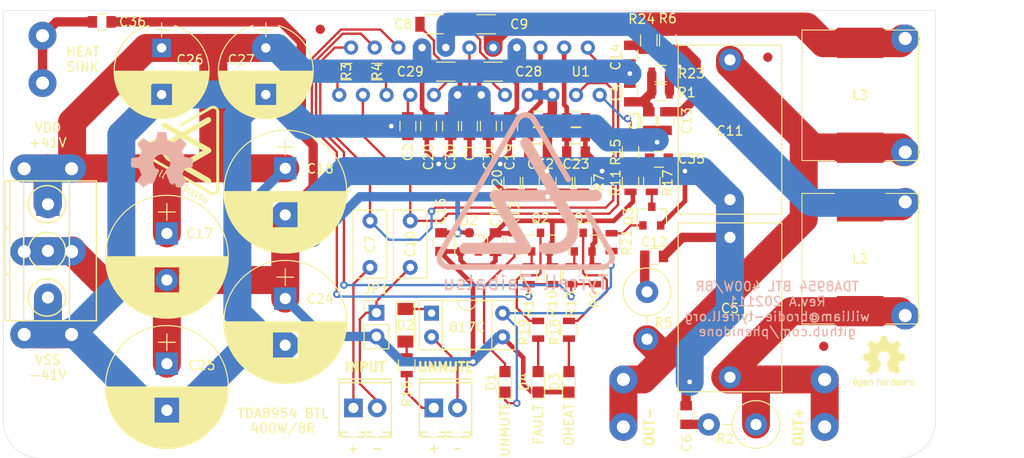
<source format=kicad_pcb>
(kicad_pcb (version 20171130) (host pcbnew 5.1.5+dfsg1-2build2)
  (layers (0 F.Cu signal) (31 B.Cu signal) (34 B.Paste user hide) (35 F.Paste user hide) (36 B.SilkS user hide) (37 F.SilkS user) (38 B.Mask user) (39 F.Mask user) (44 Edge.Cuts user))
  (net 0 "")
  (net 1 /VSS)
  (net 2 "Net-(C3-Pad1)")
  (net 3 /VDD)
  (net 4 /GND)
  (net 5 "Net-(C6-Pad1)")
  (net 6 "Net-(C7-Pad2)")
  (net 7 "Net-(C10-Pad2)")
  (net 8 "Net-(C12-Pad2)")
  (net 9 "Net-(C13-Pad1)")
  (net 10 /5V)
  (net 11 /VDDA)
  (net 12 /VSSA)
  (net 13 "Net-(C35-Pad1)")
  (net 14 "Net-(D1-Pad1)")
  (net 15 "Net-(D1-Pad2)")
  (net 16 "Net-(D2-Pad2)")
  (net 17 "Net-(D2-Pad1)")
  (net 18 "Net-(D3-Pad2)")
  (net 19 "Net-(D4-Pad2)")
  (net 20 "Net-(J6-Pad1)")
  (net 21 "Net-(J6-Pad2)")
  (net 22 "Net-(Q1-Pad3)")
  (net 23 "Net-(Q1-Pad1)")
  (net 24 "Net-(Q2-Pad3)")
  (net 25 "Net-(Q2-Pad1)")
  (net 26 "Net-(Q3-Pad1)")
  (net 27 "Net-(Q3-Pad3)")
  (net 28 "Net-(R3-Pad1)")
  (net 29 /DIAG2)
  (net 30 /MODE)
  (net 31 /STABI)
  (net 32 /PROT)
  (net 33 /INP)
  (net 34 /INM)
  (net 35 /OSC)
  (net 36 /OSCR)
  (net 37 /OUT1)
  (net 38 /OP1)
  (net 39 /BOOT1)
  (net 40 /BOOT2)
  (net 41 /OP2)
  (net 42 /OUT2)
  (net 43 /HTSNK)
  (net 44 /DIAG1)
  (module Resistors_SMD:R_0805 (layer F.Cu) (at 94.234 28.194 90)
    (fp_text reference R24 (at 2.286 -0.762 180) (layer F.SilkS))
    (fp_text value 20)
    (pad 1 smd rect (at -0.95 0 90) (size 0.7 1.3) (layers F.Cu F.Paste F.Mask) (net 9 "Net-(C13-Pad1)"))
    (pad 2 smd rect (at 0.95 0 90) (size 0.7 1.3) (layers F.Cu F.Paste F.Mask) (net 41 /OP2))
  )
  (module Resistors_SMD:R_0805 (layer F.Cu) (at 95.504 31.75 180)
    (fp_text reference R23 (at -3.302 0) (layer F.SilkS))
    (fp_text value 20)
    (pad 1 smd rect (at -0.95 0 180) (size 0.7 1.3) (layers F.Cu F.Paste F.Mask) (net 38 /OP1))
    (pad 2 smd rect (at 0.95 0 180) (size 0.7 1.3) (layers F.Cu F.Paste F.Mask) (net 2 "Net-(C3-Pad1)"))
  )
  (module power:FASTON250P_5.08mm_male_vertical (layer F.Cu) (at 29.21 30.226 180)
    (fp_text reference J10 hide)
    (fp_text value Conn_01x01_Male)
    (pad 1 thru_hole circle (at 0 2.54 180) (size 3 3) (drill 1.4) (layers *.Cu *.Mask) (net 43 /HTSNK))
    (pad 1 thru_hole circle (at 0 -2.54 180) (size 3 3) (drill 1.4) (layers *.Cu *.Mask) (net 43 /HTSNK))
  )
  (module power:FASTON250P_5.08mm_male_vertical (layer F.Cu) (at 29.788 59.734 90)
    (fp_text reference J9 hide)
    (fp_text value Conn_01x01_Male)
    (pad 1 thru_hole circle (at 0 2.54 90) (size 3 3) (drill 1.4) (layers *.Cu *.Mask) (net 1 /VSS))
    (pad 1 thru_hole circle (at 0 -2.54 90) (size 3 3) (drill 1.4) (layers *.Cu *.Mask) (net 1 /VSS))
  )
  (module power:FASTON250P_5.08mm_male_vertical (layer F.Cu) (at 29.788 50.844 90)
    (fp_text reference J8 hide)
    (fp_text value Conn_01x01_Male)
    (pad 1 thru_hole circle (at 0 2.54 90) (size 3 3) (drill 1.4) (layers *.Cu *.Mask) (net 4 /GND))
    (pad 1 thru_hole circle (at 0 -2.54 90) (size 3 3) (drill 1.4) (layers *.Cu *.Mask) (net 4 /GND))
  )
  (module power:FASTON250P_5.08mm_male_vertical (layer F.Cu) (at 29.788 41.954 90)
    (fp_text reference J5 hide)
    (fp_text value Conn_01x01_Male)
    (pad 1 thru_hole circle (at 0 2.54 90) (size 3 3) (drill 1.4) (layers *.Cu *.Mask) (net 3 /VDD))
    (pad 1 thru_hole circle (at 0 -2.54 90) (size 3 3) (drill 1.4) (layers *.Cu *.Mask) (net 3 /VDD))
  )
  (module power:FASTON250P_5.08mm_male_vertical (layer F.Cu) (at 91.51 67.1)
    (fp_text reference J4 hide)
    (fp_text value Conn_01x01_Male)
    (pad 1 thru_hole circle (at 0 2.54) (size 3 3) (drill 1.4) (layers *.Cu *.Mask) (net 42 /OUT2))
    (pad 1 thru_hole circle (at 0 -2.54) (size 3 3) (drill 1.4) (layers *.Cu *.Mask) (net 42 /OUT2))
  )
  (module power:FASTON250P_5.08mm_male_vertical (layer F.Cu) (at 113.1 67.1)
    (fp_text reference J2 hide)
    (fp_text value Conn_01x01_Male)
    (pad 1 thru_hole circle (at 0 2.54) (size 3 3) (drill 1.4) (layers *.Cu *.Mask) (net 37 /OUT1))
    (pad 1 thru_hole circle (at 0 -2.54) (size 3 3) (drill 1.4) (layers *.Cu *.Mask) (net 37 /OUT1))
  )
  (module power:Bourns-2200HT-V (layer F.Cu) (at 121.736 34.08)
    (fp_text reference L4 hide)
    (fp_text value 22u)
    (pad 2 thru_hole circle (at 0 6.096) (size 3 3) (drill 1.4) (layers *.Cu *.Mask) (net 42 /OUT2))
    (pad 1 thru_hole circle (at 0 -6.096) (size 3 3) (drill 1.4) (layers *.Cu *.Mask) (net 41 /OP2))
  )
  (module power:Bourns-2200HT-V (layer F.Cu) (at 121.736 51.606)
    (fp_text reference L1 hide)
    (fp_text value 22u)
    (pad 2 thru_hole circle (at 0 6.096) (size 3 3) (drill 1.4) (layers *.Cu *.Mask) (net 37 /OUT1))
    (pad 1 thru_hole circle (at 0 -6.096) (size 3 3) (drill 1.4) (layers *.Cu *.Mask) (net 38 /OP1))
  )
  (module Symbols:OSHW-Logo2_7.3x6mm_SilkScreen (layer F.Cu) (at 119.45 62.655)
    (fp_text reference REF*** hide)
    (fp_text value OSHW-Logo2_7.3x6mm_SilkScreen hide)
  )
  (module pcb:OSHW-Symbol_6.7x6mm_BackSilkScreen (layer F.Cu) (at 42 41)
    (fp_text reference REF*** hide)
    (fp_text value OSHW-Symbol_6.7x6mm_SilkScreen hide)
  )
  (module tz:Tyrrell-Zaibatsu-20-Back (layer F.Cu) (at 81 45)
    (fp_text reference REF** hide)
    (fp_text value "Tyrrell Zaibatsu" hide)
    (fp_text user "Tyrrell Zaibatsu" (at 0 9.2) (layer B.SilkS) (effects (font (size 1.5 1.5) (thickness 0.2)) (justify mirror)))
  )
  (module tz:Tyrrell-Zaibatsu-10 (layer F.Cu) (at 45.282 39.668 330)
    (fp_text reference REF** hide)
    (fp_text value "Tyrrell Zaibatsu" hide)
    (fp_text user "Tyrrell Zaibatsu" (at 0 4.1 150) (layer F.SilkS) (effects (font (size 0.75 0.75) (thickness 0.1))))
  )
  (module Capacitors_ThroughHole:C_Rect_L7.2mm_W3.5mm_P5.00mm_FKS2_FKP2_MKS2_MKP2 (layer F.Cu) (at 64.332 47.542 270)
    (fp_text reference C7 (at 2.5 0 90) (layer F.SilkS))
    (fp_text value 1u)
    (pad 2 thru_hole circle (at 5 0 270) (size 1.6 1.6) (drill 0.8) (layers *.Cu *.Mask) (net 6 "Net-(C7-Pad2)"))
    (pad 1 thru_hole circle (at 0 0 270) (size 1.6 1.6) (drill 0.8) (layers *.Cu *.Mask) (net 33 /INP))
  )
  (module Capacitors_ThroughHole:CP_Radial_D10.0mm_P5.00mm (layer F.Cu) (at 41.98 29 270)
    (fp_text reference C26 (at 1.27 -3.048 180) (layer F.SilkS))
    (fp_text value 22u)
    (pad 1 thru_hole rect (at 0 0 270) (size 2 2) (drill 1) (layers *.Cu *.Mask) (net 3 /VDD))
    (pad 2 thru_hole circle (at 5 0 270) (size 2 2) (drill 1) (layers *.Cu *.Mask) (net 1 /VSS))
  )
  (module power:DBS23P (layer F.Cu) (at 75 31.5)
    (fp_text reference U1 (at 11.938 0.04) (layer F.SilkS))
    (fp_text value TDA8954J)
    (pad 23 thru_hole circle (at 13.97 2.54) (size 1.524 1.524) (drill 0.8) (layers *.Cu *.Mask) (net 30 /MODE))
    (pad 22 thru_hole circle (at 12.7 -2.54) (size 1.524 1.524) (drill 0.8) (layers *.Cu *.Mask) (net 34 /INM))
    (pad 21 thru_hole circle (at 11.43 2.54) (size 1.524 1.524) (drill 0.8) (layers *.Cu *.Mask) (net 33 /INP))
    (pad 20 thru_hole circle (at 10.16 -2.54) (size 1.524 1.524) (drill 0.8) (layers *.Cu *.Mask) (net 11 /VDDA))
    (pad 19 thru_hole circle (at 8.89 2.54) (size 1.524 1.524) (drill 0.8) (layers *.Cu *.Mask) (net 4 /GND))
    (pad 18 thru_hole circle (at 7.62 -2.54) (size 1.524 1.524) (drill 0.8) (layers *.Cu *.Mask) (net 12 /VSSA))
    (pad 17 thru_hole circle (at 6.35 2.54) (size 1.524 1.524) (drill 0.8) (layers *.Cu *.Mask) (net 4 /GND))
    (pad 16 thru_hole circle (at 5.08 -2.54) (size 1.524 1.524) (drill 0.8) (layers *.Cu *.Mask) (net 3 /VDD))
    (pad 15 thru_hole circle (at 3.81 2.54) (size 1.524 1.524) (drill 0.8) (layers *.Cu *.Mask) (net 40 /BOOT2))
    (pad 14 thru_hole circle (at 2.54 -2.54) (size 1.524 1.524) (drill 0.8) (layers *.Cu *.Mask) (net 41 /OP2))
    (pad 13 thru_hole circle (at 1.27 2.54) (size 1.524 1.524) (drill 0.8) (layers *.Cu *.Mask) (net 1 /VSS))
    (pad 12 thru_hole circle (at 0 -2.54) (size 1.524 1.524) (drill 0.8) (layers *.Cu *.Mask) (net 31 /STABI))
    (pad 11 thru_hole circle (at -1.27 2.54) (size 1.524 1.524) (drill 0.8) (layers *.Cu *.Mask) (net 1 /VSS))
    (pad 10 thru_hole circle (at -2.54 -2.54) (size 1.524 1.524) (drill 0.8) (layers *.Cu *.Mask) (net 38 /OP1))
    (pad 9 thru_hole circle (at -3.81 2.54) (size 1.524 1.524) (drill 0.8) (layers *.Cu *.Mask) (net 39 /BOOT1))
    (pad 8 thru_hole circle (at -5.08 -2.54) (size 1.524 1.524) (drill 0.8) (layers *.Cu *.Mask) (net 3 /VDD))
    (pad 7 thru_hole circle (at -6.35 2.54) (size 1.524 1.524) (drill 0.8) (layers *.Cu *.Mask) (net 32 /PROT))
    (pad 6 thru_hole circle (at -7.62 -2.54) (size 1.524 1.524) (drill 0.8) (layers *.Cu *.Mask) (net 29 /DIAG2))
    (pad 5 thru_hole circle (at -8.89 2.54) (size 1.524 1.524) (drill 0.8) (layers *.Cu *.Mask) (net 36 /OSCR))
    (pad 4 thru_hole circle (at -10.16 -2.54) (size 1.524 1.524) (drill 0.8) (layers *.Cu *.Mask) (net 44 /DIAG1))
    (pad 3 thru_hole circle (at -11.43 2.54) (size 1.524 1.524) (drill 0.8) (layers *.Cu *.Mask) (net 34 /INM))
    (pad 2 thru_hole circle (at -12.7 -2.54) (size 1.524 1.524) (drill 0.8) (layers *.Cu *.Mask) (net 33 /INP))
    (pad 1 thru_hole circle (at -13.97 2.54) (size 1.524 1.524) (drill 0.8) (layers *.Cu *.Mask) (net 35 /OSC))
  )
  (module Mounting_Holes:MountingHole_3.2mm_M3 (layer F.Cu) (at 121 69)
    (fp_text reference H2 hide)
    (fp_text value MountingHole)
    (pad 1 np_thru_hole circle (at 0 0) (size 3.2 3.2) (drill 3.2) (layers *.Cu *.Mask))
  )
  (module Mounting_Holes:MountingHole_3.2mm_M3 (layer F.Cu) (at 29 69)
    (fp_text reference H1 hide)
    (fp_text value MountingHole)
    (pad 1 np_thru_hole circle (at 0 0) (size 3.2 3.2) (drill 3.2) (layers *.Cu *.Mask))
  )
  (module Fiducials:Fiducial_1mm_Dia_2mm_Outer (layer F.Cu) (at 59 27)
    (fp_text reference FID4 hide)
    (fp_text value Fiducial)
    (pad ~ smd circle (at 0 0) (size 1 1) (layers F.Cu F.Mask) (clearance 0.5))
  )
  (module Fiducials:Fiducial_1mm_Dia_2mm_Outer (layer F.Cu) (at 107 30)
    (fp_text reference FID3 hide)
    (fp_text value Fiducial)
    (pad ~ smd circle (at 0 0) (size 1 1) (layers F.Cu F.Mask) (clearance 0.5))
  )
  (module Fiducials:Fiducial_1mm_Dia_2mm_Outer (layer F.Cu) (at 46 69)
    (fp_text reference FID2 hide)
    (fp_text value Fiducial)
    (pad ~ smd circle (at 0 0) (size 1 1) (layers F.Cu F.Mask) (clearance 0.5))
  )
  (module Fiducials:Fiducial_1mm_Dia_2mm_Outer (layer F.Cu) (at 113 61)
    (fp_text reference FID1 hide)
    (fp_text value Fiducial)
    (pad ~ smd circle (at 0 0) (size 1 1) (layers F.Cu F.Mask) (clearance 0.5))
  )
  (module Capacitors_SMD:C_0805 (layer F.Cu) (at 35.56 26.206)
    (fp_text reference C36 (at 3.302 0) (layer F.SilkS))
    (fp_text value 100n)
    (pad 1 smd rect (at -1 0) (size 1 1.25) (layers F.Cu F.Paste F.Mask) (net 43 /HTSNK))
    (pad 2 smd rect (at 1 0) (size 1 1.25) (layers F.Cu F.Paste F.Mask) (net 4 /GND))
  )
  (module Capacitors_SMD:C_0805 (layer F.Cu) (at 75 37.382 270)
    (fp_text reference C1 (at 2.794 0 90) (layer F.SilkS))
    (fp_text value 470n)
    (pad 1 smd rect (at -1 0 270) (size 1 1.25) (layers F.Cu F.Paste F.Mask) (net 31 /STABI))
    (pad 2 smd rect (at 1 0 270) (size 1 1.25) (layers F.Cu F.Paste F.Mask) (net 1 /VSS))
  )
  (module Capacitors_SMD:C_0805 (layer F.Cu) (at 68.396 37.382 270)
    (fp_text reference C2 (at 2.794 0 90) (layer F.SilkS))
    (fp_text value 47p)
    (pad 2 smd rect (at 1 0 270) (size 1 1.25) (layers F.Cu F.Paste F.Mask) (net 1 /VSS))
    (pad 1 smd rect (at -1 0 270) (size 1 1.25) (layers F.Cu F.Paste F.Mask) (net 32 /PROT))
  )
  (module Capacitors_SMD:C_0805 (layer F.Cu) (at 94.234 36.846 270)
    (fp_text reference C3 (at -0.016 1.524 90) (layer F.SilkS))
    (fp_text value 220p)
    (pad 1 smd rect (at -1 0 270) (size 1 1.25) (layers F.Cu F.Paste F.Mask) (net 2 "Net-(C3-Pad1)"))
    (pad 2 smd rect (at 1 0 270) (size 1 1.25) (layers F.Cu F.Paste F.Mask) (net 1 /VSS))
  )
  (module Capacitors_SMD:C_0805 (layer F.Cu) (at 92.202 33.782 90)
    (fp_text reference C4 (at 0 -1.5 90) (layer F.SilkS))
    (fp_text value 220p)
    (pad 2 smd rect (at 1 0 90) (size 1 1.25) (layers F.Cu F.Paste F.Mask) (net 3 /VDD))
    (pad 1 smd rect (at -1 0 90) (size 1 1.25) (layers F.Cu F.Paste F.Mask) (net 2 "Net-(C3-Pad1)"))
  )
  (module Capacitors_ThroughHole:C_Rect_L18.0mm_W11.0mm_P15.00mm_FKS3_FKP3 (layer F.Cu) (at 102.94 49.32 270)
    (fp_text reference C5 (at 7.62 0 180) (layer F.SilkS))
    (fp_text value 680n)
    (pad 2 thru_hole circle (at 15 0 270) (size 2.4 2.4) (drill 1.2) (layers *.Cu *.Mask) (net 37 /OUT1))
    (pad 1 thru_hole circle (at 0 0 270) (size 2.4 2.4) (drill 1.2) (layers *.Cu *.Mask) (net 4 /GND))
  )
  (module Capacitors_SMD:C_0805 (layer F.Cu) (at 98.241 68.37 90)
    (fp_text reference C6 (at -3.004 0.057 90) (layer F.SilkS))
    (fp_text value 100n)
    (pad 1 smd rect (at -1 0 90) (size 1 1.25) (layers F.Cu F.Paste F.Mask) (net 5 "Net-(C6-Pad1)"))
    (pad 2 smd rect (at 1 0 90) (size 1 1.25) (layers F.Cu F.Paste F.Mask) (net 4 /GND))
  )
  (module Capacitors_SMD:C_1206 (layer F.Cu) (at 71.19 26.46)
    (fp_text reference C8 (at -3.302 0) (layer F.SilkS))
    (fp_text value 15n)
    (pad 2 smd rect (at 1.5 0) (size 1 1.6) (layers F.Cu F.Paste F.Mask) (net 38 /OP1))
    (pad 1 smd rect (at -1.5 0) (size 1 1.6) (layers F.Cu F.Paste F.Mask) (net 39 /BOOT1))
  )
  (module Capacitors_SMD:C_1206 (layer F.Cu) (at 76.778 26.46)
    (fp_text reference C9 (at 3.556 0) (layer F.SilkS))
    (fp_text value 15n)
    (pad 1 smd rect (at -1.5 0) (size 1 1.6) (layers F.Cu F.Paste F.Mask) (net 40 /BOOT2))
    (pad 2 smd rect (at 1.5 0) (size 1 1.6) (layers F.Cu F.Paste F.Mask) (net 41 /OP2))
  )
  (module Capacitors_ThroughHole:C_Rect_L7.2mm_W3.5mm_P5.00mm_FKS2_FKP2_MKS2_MKP2 (layer F.Cu) (at 68.65 47.542 270)
    (fp_text reference C10 (at 2.5 0 90) (layer F.SilkS))
    (fp_text value 1u)
    (pad 1 thru_hole circle (at 0 0 270) (size 1.6 1.6) (drill 0.8) (layers *.Cu *.Mask) (net 34 /INM))
    (pad 2 thru_hole circle (at 5 0 270) (size 1.6 1.6) (drill 0.8) (layers *.Cu *.Mask) (net 7 "Net-(C10-Pad2)"))
  )
  (module Capacitors_ThroughHole:C_Rect_L18.0mm_W11.0mm_P15.00mm_FKS3_FKP3 (layer F.Cu) (at 102.94 30.27 270)
    (fp_text reference C11 (at 7.62 0 180) (layer F.SilkS))
    (fp_text value 680n)
    (pad 1 thru_hole circle (at 0 0 270) (size 2.4 2.4) (drill 1.2) (layers *.Cu *.Mask) (net 42 /OUT2))
    (pad 2 thru_hole circle (at 15 0 270) (size 2.4 2.4) (drill 1.2) (layers *.Cu *.Mask) (net 4 /GND))
  )
  (module Capacitors_SMD:C_0805 (layer F.Cu) (at 94.812 51.352 180)
    (fp_text reference C12 (at 0 1.524) (layer F.SilkS))
    (fp_text value 100n)
    (pad 2 smd rect (at 1 0 180) (size 1 1.25) (layers F.Cu F.Paste F.Mask) (net 8 "Net-(C12-Pad2)"))
    (pad 1 smd rect (at -1 0 180) (size 1 1.25) (layers F.Cu F.Paste F.Mask) (net 4 /GND))
  )
  (module Capacitors_SMD:C_0805 (layer F.Cu) (at 96.082 36.846 270)
    (fp_text reference C13 (at -0.044 -2.216 90) (layer F.SilkS))
    (fp_text value 220p)
    (pad 2 smd rect (at 1 0 270) (size 1 1.25) (layers F.Cu F.Paste F.Mask) (net 1 /VSS))
    (pad 1 smd rect (at -1 0 270) (size 1 1.25) (layers F.Cu F.Paste F.Mask) (net 9 "Net-(C13-Pad1)"))
  )
  (module Capacitors_SMD:C_0805 (layer F.Cu) (at 92.202 29.718 270)
    (fp_text reference C14 (at 0.254 1.524 90) (layer F.SilkS))
    (fp_text value 220p)
    (pad 1 smd rect (at -1 0 270) (size 1 1.25) (layers F.Cu F.Paste F.Mask) (net 9 "Net-(C13-Pad1)"))
    (pad 2 smd rect (at 1 0 270) (size 1 1.25) (layers F.Cu F.Paste F.Mask) (net 3 /VDD))
  )
  (module Capacitors_SMD:C_0805 (layer F.Cu) (at 71.952 49.828 270)
    (fp_text reference C15 (at -3.302 0 90) (layer F.SilkS))
    (fp_text value 1u)
    (pad 2 smd rect (at 1 0 270) (size 1 1.25) (layers F.Cu F.Paste F.Mask) (net 4 /GND))
    (pad 1 smd rect (at -1 0 270) (size 1 1.25) (layers F.Cu F.Paste F.Mask) (net 3 /VDD))
  )
  (module Capacitors_SMD:C_0805 (layer F.Cu) (at 77.794 49.828 270)
    (fp_text reference C16 (at -3.048 0 270) (layer F.SilkS))
    (fp_text value 10u)
    (pad 2 smd rect (at 1 0 270) (size 1 1.25) (layers F.Cu F.Paste F.Mask) (net 4 /GND))
    (pad 1 smd rect (at -1 0 270) (size 1 1.25) (layers F.Cu F.Paste F.Mask) (net 10 /5V))
  )
  (module Capacitors_ThroughHole:CP_Radial_D13.0mm_P5.00mm (layer F.Cu) (at 42.545 48.895 270)
    (fp_text reference C17 (at 0 -3.499 180) (layer F.SilkS))
    (fp_text value 470u)
    (pad 2 thru_hole circle (at 5 0 270) (size 2.4 2.4) (drill 1.2) (layers *.Cu *.Mask) (net 4 /GND))
    (pad 1 thru_hole rect (at 0 0 270) (size 2.4 2.4) (drill 1.2) (layers *.Cu *.Mask) (net 3 /VDD))
  )
  (module Capacitors_ThroughHole:CP_Radial_D13.0mm_P5.00mm (layer F.Cu) (at 55.245 41.91 270)
    (fp_text reference C18 (at 0.044 -3.753 180) (layer F.SilkS))
    (fp_text value 470u)
    (pad 1 thru_hole rect (at 0 0 270) (size 2.4 2.4) (drill 1.2) (layers *.Cu *.Mask) (net 3 /VDD))
    (pad 2 thru_hole circle (at 5 0 270) (size 2.4 2.4) (drill 1.2) (layers *.Cu *.Mask) (net 4 /GND))
  )
  (module Capacitors_SMD:C_0805 (layer F.Cu) (at 79.318 37.382 270)
    (fp_text reference C19 (at 3.302 0 90) (layer F.SilkS))
    (fp_text value 100n)
    (pad 2 smd rect (at 1 0 270) (size 1 1.25) (layers F.Cu F.Paste F.Mask) (net 4 /GND))
    (pad 1 smd rect (at -1 0 270) (size 1 1.25) (layers F.Cu F.Paste F.Mask) (net 3 /VDD))
  )
  (module Capacitors_SMD:C_0805 (layer F.Cu) (at 70.612 37.382 270)
    (fp_text reference C20 (at 3.302 0 90) (layer F.SilkS))
    (fp_text value 100n)
    (pad 1 smd rect (at -1 0 270) (size 1 1.25) (layers F.Cu F.Paste F.Mask) (net 3 /VDD))
    (pad 2 smd rect (at 1 0 270) (size 1 1.25) (layers F.Cu F.Paste F.Mask) (net 4 /GND))
  )
  (module Capacitors_SMD:C_0805 (layer F.Cu) (at 86.43 36.62)
    (fp_text reference C21 hide)
    (fp_text value 100n)
    (pad 1 smd rect (at -1 0) (size 1 1.25) (layers F.Cu F.Paste F.Mask) (net 11 /VDDA))
    (pad 2 smd rect (at 1 0) (size 1 1.25) (layers F.Cu F.Paste F.Mask) (net 4 /GND))
  )
  (module Capacitors_SMD:C_0805 (layer F.Cu) (at 86.43 38.398)
    (fp_text reference C22 hide)
    (fp_text value 100n)
    (pad 1 smd rect (at -1 0) (size 1 1.25) (layers F.Cu F.Paste F.Mask) (net 11 /VDDA))
    (pad 2 smd rect (at 1 0) (size 1 1.25) (layers F.Cu F.Paste F.Mask) (net 4 /GND))
  )
  (module Capacitors_SMD:C_0805 (layer F.Cu) (at 86.43 40.176)
    (fp_text reference C23 (at 0 1.27) (layer F.SilkS))
    (fp_text value 100n)
    (pad 2 smd rect (at 1 0) (size 1 1.25) (layers F.Cu F.Paste F.Mask) (net 4 /GND))
    (pad 1 smd rect (at -1 0) (size 1 1.25) (layers F.Cu F.Paste F.Mask) (net 11 /VDDA))
  )
  (module Capacitors_ThroughHole:CP_Radial_D13.0mm_P5.00mm (layer F.Cu) (at 55.245 55.88 270)
    (fp_text reference C24 (at 0.044 -3.753 180) (layer F.SilkS))
    (fp_text value 470u)
    (pad 1 thru_hole rect (at 0 0 270) (size 2.4 2.4) (drill 1.2) (layers *.Cu *.Mask) (net 4 /GND))
    (pad 2 thru_hole circle (at 5 0 270) (size 2.4 2.4) (drill 1.2) (layers *.Cu *.Mask) (net 1 /VSS))
  )
  (module Capacitors_ThroughHole:CP_Radial_D13.0mm_P5.00mm (layer F.Cu) (at 42.545 62.865 270)
    (fp_text reference C25 (at 0.171 -3.753 180) (layer F.SilkS))
    (fp_text value 470u)
    (pad 2 thru_hole circle (at 5 0 270) (size 2.4 2.4) (drill 1.2) (layers *.Cu *.Mask) (net 1 /VSS))
    (pad 1 thru_hole rect (at 0 0 270) (size 2.4 2.4) (drill 1.2) (layers *.Cu *.Mask) (net 4 /GND))
  )
  (module Capacitors_ThroughHole:CP_Radial_D10.0mm_P5.00mm (layer F.Cu) (at 53.156 29 270)
    (fp_text reference C27 (at 1.27 2.632 180) (layer F.SilkS))
    (fp_text value 22u)
    (pad 2 thru_hole circle (at 5 0 270) (size 2 2) (drill 1) (layers *.Cu *.Mask) (net 1 /VSS))
    (pad 1 thru_hole rect (at 0 0 270) (size 2 2) (drill 1) (layers *.Cu *.Mask) (net 3 /VDD))
  )
  (module Capacitors_SMD:C_1206 (layer F.Cu) (at 77.54 31.54 180)
    (fp_text reference C28 (at -3.81 0) (layer F.SilkS))
    (fp_text value 100n)
    (pad 2 smd rect (at 1.5 0 180) (size 1 1.6) (layers F.Cu F.Paste F.Mask) (net 1 /VSS))
    (pad 1 smd rect (at -1.5 0 180) (size 1 1.6) (layers F.Cu F.Paste F.Mask) (net 3 /VDD))
  )
  (module Capacitors_SMD:C_1206 (layer F.Cu) (at 72.46 31.54)
    (fp_text reference C29 (at -3.81 0) (layer F.SilkS))
    (fp_text value 100n)
    (pad 1 smd rect (at -1.5 0) (size 1 1.6) (layers F.Cu F.Paste F.Mask) (net 3 /VDD))
    (pad 2 smd rect (at 1.5 0) (size 1 1.6) (layers F.Cu F.Paste F.Mask) (net 1 /VSS))
  )
  (module Capacitors_SMD:C_0805 (layer F.Cu) (at 72.968 37.382 90)
    (fp_text reference C30 (at -3.302 0 90) (layer F.SilkS))
    (fp_text value 100n)
    (pad 2 smd rect (at 1 0 90) (size 1 1.25) (layers F.Cu F.Paste F.Mask) (net 1 /VSS))
    (pad 1 smd rect (at -1 0 90) (size 1 1.25) (layers F.Cu F.Paste F.Mask) (net 4 /GND))
  )
  (module Capacitors_SMD:C_0805 (layer F.Cu) (at 77.032 37.382 90)
    (fp_text reference C31 (at -3.302 0 90) (layer F.SilkS))
    (fp_text value 100n)
    (pad 1 smd rect (at -1 0 90) (size 1 1.25) (layers F.Cu F.Paste F.Mask) (net 4 /GND))
    (pad 2 smd rect (at 1 0 90) (size 1 1.25) (layers F.Cu F.Paste F.Mask) (net 1 /VSS))
  )
  (module Capacitors_SMD:C_0805 (layer F.Cu) (at 82.366 40.176 180)
    (fp_text reference C32 (at -0.254 -1.27 180) (layer F.SilkS))
    (fp_text value 100n)
    (pad 2 smd rect (at 1 0 180) (size 1 1.25) (layers F.Cu F.Paste F.Mask) (net 12 /VSSA))
    (pad 1 smd rect (at -1 0 180) (size 1 1.25) (layers F.Cu F.Paste F.Mask) (net 4 /GND))
  )
  (module Capacitors_SMD:C_0805 (layer F.Cu) (at 82.366 38.398 180)
    (fp_text reference C33 hide)
    (fp_text value 100n)
    (pad 1 smd rect (at -1 0 180) (size 1 1.25) (layers F.Cu F.Paste F.Mask) (net 4 /GND))
    (pad 2 smd rect (at 1 0 180) (size 1 1.25) (layers F.Cu F.Paste F.Mask) (net 12 /VSSA))
  )
  (module Capacitors_SMD:C_0805 (layer F.Cu) (at 82.366 36.62 180)
    (fp_text reference C34 hide)
    (fp_text value 100n)
    (pad 2 smd rect (at 1 0 180) (size 1 1.25) (layers F.Cu F.Paste F.Mask) (net 12 /VSSA))
    (pad 1 smd rect (at -1 0 180) (size 1 1.25) (layers F.Cu F.Paste F.Mask) (net 4 /GND))
  )
  (module Capacitors_SMD:C_0805 (layer F.Cu) (at 95.32 40.938)
    (fp_text reference C35 (at 3.486 -0.044) (layer F.SilkS))
    (fp_text value 10u)
    (pad 1 smd rect (at -1 0) (size 1 1.25) (layers F.Cu F.Paste F.Mask) (net 13 "Net-(C35-Pad1)"))
    (pad 2 smd rect (at 1 0) (size 1 1.25) (layers F.Cu F.Paste F.Mask) (net 4 /GND))
  )
  (module LEDs:LED_0805 (layer F.Cu) (at 78.81 64.814 90)
    (fp_text reference D1 (at 0 -1.524 270) (layer F.SilkS))
    (fp_text value LED)
    (pad 1 smd rect (at -1.1 0 270) (size 1.2 1.2) (layers F.Cu F.Paste F.Mask) (net 14 "Net-(D1-Pad1)"))
    (pad 2 smd rect (at 1.1 0 270) (size 1.2 1.2) (layers F.Cu F.Paste F.Mask) (net 15 "Net-(D1-Pad2)"))
  )
  (module Diodes_SMD:D_MiniMELF (layer F.Cu) (at 68.127 58.746 270)
    (fp_text reference D2 (at 0 0 180) (layer F.SilkS))
    (fp_text value LL4148)
    (pad 2 smd rect (at 1.75 0 270) (size 1.3 1.7) (layers F.Cu F.Paste F.Mask) (net 16 "Net-(D2-Pad2)"))
    (pad 1 smd rect (at -1.75 0 270) (size 1.3 1.7) (layers F.Cu F.Paste F.Mask) (net 17 "Net-(D2-Pad1)"))
  )
  (module LEDs:LED_0805 (layer F.Cu) (at 85.668 64.814 90)
    (fp_text reference D3 (at 0 -1.524 90) (layer F.SilkS))
    (fp_text value LED)
    (pad 2 smd rect (at 1.1 0 270) (size 1.2 1.2) (layers F.Cu F.Paste F.Mask) (net 18 "Net-(D3-Pad2)"))
    (pad 1 smd rect (at -1.1 0 270) (size 1.2 1.2) (layers F.Cu F.Paste F.Mask) (net 4 /GND))
  )
  (module LEDs:LED_0805 (layer F.Cu) (at 82.366 64.814 90)
    (fp_text reference D4 (at 0 -1.524 90) (layer F.SilkS))
    (fp_text value LED)
    (pad 1 smd rect (at -1.1 0 270) (size 1.2 1.2) (layers F.Cu F.Paste F.Mask) (net 4 /GND))
    (pad 2 smd rect (at 1.1 0 270) (size 1.2 1.2) (layers F.Cu F.Paste F.Mask) (net 19 "Net-(D4-Pad2)"))
  )
  (module Terminals_Phoenix:TerminalBlock_Phoenix_MPT-2.54mm_2pol (layer F.Cu) (at 62.554 67.608)
    (fp_text reference J1 hide)
    (fp_text value Screw_Terminal_01x02)
    (pad 2 thru_hole oval (at 2.54 0) (size 1.99898 1.99898) (drill 1.09728) (layers *.Cu *.Mask) (net 7 "Net-(C10-Pad2)"))
    (pad 1 thru_hole rect (at 0 0) (size 1.99898 1.99898) (drill 1.09728) (layers *.Cu *.Mask) (net 6 "Net-(C7-Pad2)"))
    (pad "" np_thru_hole circle (at 0 2.54) (size 1.1 1.1) (drill 1.1) (layers *.Cu *.Mask))
    (pad "" np_thru_hole circle (at 2.54 2.54) (size 1.1 1.1) (drill 1.1) (layers *.Cu *.Mask))
  )
  (module Terminals_Phoenix:TerminalBlock_Phoenix_MPT-2.54mm_2pol (layer F.Cu) (at 71.174 67.608)
    (fp_text reference J6 hide)
    (fp_text value Screw_Terminal_01x02)
    (pad "" np_thru_hole circle (at 2.54 2.54) (size 1.1 1.1) (drill 1.1) (layers *.Cu *.Mask))
    (pad "" np_thru_hole circle (at 0 2.54) (size 1.1 1.1) (drill 1.1) (layers *.Cu *.Mask))
    (pad 1 thru_hole rect (at 0 0) (size 1.99898 1.99898) (drill 1.09728) (layers *.Cu *.Mask) (net 20 "Net-(J6-Pad1)"))
    (pad 2 thru_hole oval (at 2.54 0) (size 1.99898 1.99898) (drill 1.09728) (layers *.Cu *.Mask) (net 21 "Net-(J6-Pad2)"))
  )
  (module Terminals_Phoenix:TerminalBlock_Phoenix_MKDS1.5-3pol (layer F.Cu) (at 29.788 45.764 270)
    (fp_text reference J7 hide)
    (fp_text value Screw_Terminal_01x03 hide)
    (pad 3 thru_hole circle (at 10 0 270) (size 2.5 2.5) (drill 1.3) (layers *.Cu *.Mask) (net 1 /VSS))
    (pad 1 thru_hole rect (at 0 0 270) (size 2.5 2.5) (drill 1.3) (layers *.Cu *.Mask) (net 3 /VDD))
    (pad 2 thru_hole circle (at 5 0 270) (size 2.5 2.5) (drill 1.3) (layers *.Cu *.Mask) (net 4 /GND))
  )
  (module Pin_Headers:Pin_Header_Straight_1x02_Pitch2.54mm (layer F.Cu) (at 65.024 57.404)
    (fp_text reference JP1 (at 0 -2.54) (layer F.SilkS))
    (fp_text value Jumper_NO_Small)
    (pad 2 thru_hole oval (at 0 2.54) (size 1.7 1.7) (drill 1) (layers *.Cu *.Mask) (net 4 /GND))
    (pad 1 thru_hole rect (at 0 0) (size 1.7 1.7) (drill 1) (layers *.Cu *.Mask) (net 7 "Net-(C10-Pad2)"))
  )
  (module power:SRP1265 (layer F.Cu) (at 116.91 51.606 270)
    (fp_text reference L2 (at 0 0 180) (layer F.SilkS))
    (fp_text value 22u)
    (pad 1 smd rect (at -5.625 0 270) (size 3.25 5) (layers F.Cu F.Paste F.Mask) (net 38 /OP1))
    (pad 2 smd rect (at 5.625 0 270) (size 3.25 5) (layers F.Cu F.Paste F.Mask) (net 37 /OUT1))
  )
  (module power:SRP1265 (layer F.Cu) (at 116.91 34.08 270)
    (fp_text reference L3 (at 0 0 180) (layer F.SilkS))
    (fp_text value 22u)
    (pad 2 smd rect (at 5.625 0 270) (size 3.25 5) (layers F.Cu F.Paste F.Mask) (net 42 /OUT2))
    (pad 1 smd rect (at -5.625 0 270) (size 3.25 5) (layers F.Cu F.Paste F.Mask) (net 41 /OP2))
  )
  (module TO_SOT_Packages_SMD:SOT-23 (layer F.Cu) (at 87.192 49.828 90)
    (fp_text reference Q1 (at 2.54 0 180) (layer F.SilkS))
    (fp_text value BSS84)
    (pad 3 smd rect (at 1 0 90) (size 0.9 0.8) (layers F.Cu F.Paste F.Mask) (net 22 "Net-(Q1-Pad3)"))
    (pad 2 smd rect (at -1 0.95 90) (size 0.9 0.8) (layers F.Cu F.Paste F.Mask) (net 10 /5V))
    (pad 1 smd rect (at -1 -0.95 90) (size 0.9 0.8) (layers F.Cu F.Paste F.Mask) (net 23 "Net-(Q1-Pad1)"))
  )
  (module TO_SOT_Packages_SMD:SOT-23 (layer F.Cu) (at 82.62 49.828 90)
    (fp_text reference Q2 (at 2.54 0 180) (layer F.SilkS))
    (fp_text value BSS84)
    (pad 3 smd rect (at 1 0 90) (size 0.9 0.8) (layers F.Cu F.Paste F.Mask) (net 24 "Net-(Q2-Pad3)"))
    (pad 2 smd rect (at -1 0.95 90) (size 0.9 0.8) (layers F.Cu F.Paste F.Mask) (net 10 /5V))
    (pad 1 smd rect (at -1 -0.95 90) (size 0.9 0.8) (layers F.Cu F.Paste F.Mask) (net 25 "Net-(Q2-Pad1)"))
  )
  (module TO_SOT_Packages_SMD:SOT-23 (layer F.Cu) (at 94.558 47.034 90)
    (fp_text reference Q3 (at 0 -2.5 90) (layer F.SilkS))
    (fp_text value 2N7002)
    (pad 1 smd rect (at -1 -0.95 90) (size 0.9 0.8) (layers F.Cu F.Paste F.Mask) (net 26 "Net-(Q3-Pad1)"))
    (pad 2 smd rect (at -1 0.95 90) (size 0.9 0.8) (layers F.Cu F.Paste F.Mask) (net 4 /GND))
    (pad 3 smd rect (at 1 0 90) (size 0.9 0.8) (layers F.Cu F.Paste F.Mask) (net 27 "Net-(Q3-Pad3)"))
  )
  (module Resistors_SMD:R_0805 (layer F.Cu) (at 95.504 33.782 180)
    (fp_text reference R1 (at -2.794 0 180) (layer F.SilkS))
    (fp_text value 20)
    (pad 2 smd rect (at 0.95 0 180) (size 0.7 1.3) (layers F.Cu F.Paste F.Mask) (net 2 "Net-(C3-Pad1)"))
    (pad 1 smd rect (at -0.95 0 180) (size 0.7 1.3) (layers F.Cu F.Paste F.Mask) (net 38 /OP1))
  )
  (module Resistors_ThroughHole:R_Axial_DIN0516_L15.5mm_D5.0mm_P5.08mm_Vertical (layer F.Cu) (at 105.734 69.386 180)
    (fp_text reference R2 (at 3.302 -1.524) (layer F.SilkS))
    (fp_text value 22)
    (pad 2 thru_hole oval (at 5.08 0 180) (size 2.4 2.4) (drill 1.2) (layers *.Cu *.Mask) (net 5 "Net-(C6-Pad1)"))
    (pad 1 thru_hole circle (at 0 0 180) (size 2.4 2.4) (drill 1.2) (layers *.Cu *.Mask) (net 37 /OUT1))
  )
  (module Resistors_SMD:R_0805 (layer F.Cu) (at 61.792 31.54 180)
    (fp_text reference R3 (at 0 0 90) (layer F.SilkS))
    (fp_text value 2k7)
    (pad 1 smd rect (at -0.95 0 180) (size 0.7 1.3) (layers F.Cu F.Paste F.Mask) (net 28 "Net-(R3-Pad1)"))
    (pad 2 smd rect (at 0.95 0 180) (size 0.7 1.3) (layers F.Cu F.Paste F.Mask) (net 35 /OSC))
  )
  (module Resistors_SMD:R_0805 (layer F.Cu) (at 65.094 31.54 180)
    (fp_text reference R4 (at 0 0 90) (layer F.SilkS))
    (fp_text value 27k)
    (pad 2 smd rect (at 0.95 0 180) (size 0.7 1.3) (layers F.Cu F.Paste F.Mask) (net 28 "Net-(R3-Pad1)"))
    (pad 1 smd rect (at -0.95 0 180) (size 0.7 1.3) (layers F.Cu F.Paste F.Mask) (net 36 /OSCR))
  )
  (module Resistors_ThroughHole:R_Axial_DIN0516_L15.5mm_D5.0mm_P5.08mm_Vertical (layer F.Cu) (at 94.05 55.162 270)
    (fp_text reference R5 (at 3.302 -1.778 180) (layer F.SilkS))
    (fp_text value 22)
    (pad 1 thru_hole circle (at 0 0 270) (size 2.4 2.4) (drill 1.2) (layers *.Cu *.Mask) (net 8 "Net-(C12-Pad2)"))
    (pad 2 thru_hole oval (at 5.08 0 270) (size 2.4 2.4) (drill 1.2) (layers *.Cu *.Mask) (net 42 /OUT2))
  )
  (module Resistors_SMD:R_0805 (layer F.Cu) (at 96.266 28.194 90)
    (fp_text reference R6 (at 2.352 0) (layer F.SilkS))
    (fp_text value 20)
    (pad 1 smd rect (at -0.95 0 90) (size 0.7 1.3) (layers F.Cu F.Paste F.Mask) (net 9 "Net-(C13-Pad1)"))
    (pad 2 smd rect (at 0.95 0 90) (size 0.7 1.3) (layers F.Cu F.Paste F.Mask) (net 41 /OP2))
  )
  (module Resistors_SMD:R_0805 (layer F.Cu) (at 87.192 43.478 270)
    (fp_text reference R7 (at -0.044 -1.708 270) (layer F.SilkS))
    (fp_text value 20)
    (pad 1 smd rect (at -0.95 0 270) (size 0.7 1.3) (layers F.Cu F.Paste F.Mask) (net 11 /VDDA))
    (pad 2 smd rect (at 0.95 0 270) (size 0.7 1.3) (layers F.Cu F.Paste F.Mask) (net 3 /VDD))
  )
  (module Resistors_SMD:R_0805 (layer F.Cu) (at 85.16 43.478 270)
    (fp_text reference R8 hide)
    (fp_text value 20)
    (pad 2 smd rect (at 0.95 0 270) (size 0.7 1.3) (layers F.Cu F.Paste F.Mask) (net 3 /VDD))
    (pad 1 smd rect (at -0.95 0 270) (size 0.7 1.3) (layers F.Cu F.Paste F.Mask) (net 11 /VDDA))
  )
  (module Resistors_SMD:R_0805 (layer F.Cu) (at 88.462 53.384 90)
    (fp_text reference R9 (at -2.54 0 90) (layer F.SilkS))
    (fp_text value 10k)
    (pad 1 smd rect (at -0.95 0 90) (size 0.7 1.3) (layers F.Cu F.Paste F.Mask) (net 44 /DIAG1))
    (pad 2 smd rect (at 0.95 0 90) (size 0.7 1.3) (layers F.Cu F.Paste F.Mask) (net 10 /5V))
  )
  (module Resistors_SMD:R_0805 (layer F.Cu) (at 83.89 53.384 90)
    (fp_text reference R10 (at -3.048 0 90) (layer F.SilkS))
    (fp_text value 10k)
    (pad 1 smd rect (at -0.95 0 90) (size 0.7 1.3) (layers F.Cu F.Paste F.Mask) (net 29 /DIAG2))
    (pad 2 smd rect (at 0.95 0 90) (size 0.7 1.3) (layers F.Cu F.Paste F.Mask) (net 10 /5V))
  )
  (module Resistors_SMD:R_0805 (layer F.Cu) (at 92.272 43.478 270)
    (fp_text reference R11 (at 0 1.594 90) (layer F.SilkS))
    (fp_text value 6k8)
    (pad 1 smd rect (at -0.95 0 270) (size 0.7 1.3) (layers F.Cu F.Paste F.Mask) (net 13 "Net-(C35-Pad1)"))
    (pad 2 smd rect (at 0.95 0 270) (size 0.7 1.3) (layers F.Cu F.Paste F.Mask) (net 10 /5V))
  )
  (module Resistors_SMD:R_0805 (layer F.Cu) (at 79.826 49.828 90)
    (fp_text reference R12 (at 3.048 0 90) (layer F.SilkS))
    (fp_text value 3k9)
    (pad 2 smd rect (at 0.95 0 90) (size 0.7 1.3) (layers F.Cu F.Paste F.Mask) (net 10 /5V))
    (pad 1 smd rect (at -0.95 0 90) (size 0.7 1.3) (layers F.Cu F.Paste F.Mask) (net 15 "Net-(D1-Pad2)"))
  )
  (module Resistors_SMD:R_0805 (layer F.Cu) (at 85.922 53.384 90)
    (fp_text reference R13 (at -3.048 0 90) (layer F.SilkS))
    (fp_text value 100)
    (pad 1 smd rect (at -0.95 0 90) (size 0.7 1.3) (layers F.Cu F.Paste F.Mask) (net 44 /DIAG1))
    (pad 2 smd rect (at 0.95 0 90) (size 0.7 1.3) (layers F.Cu F.Paste F.Mask) (net 23 "Net-(Q1-Pad1)"))
  )
  (module Resistors_SMD:R_0805 (layer F.Cu) (at 81.35 53.384 90)
    (fp_text reference R14 (at -3.048 0 90) (layer F.SilkS))
    (fp_text value 100)
    (pad 2 smd rect (at 0.95 0 90) (size 0.7 1.3) (layers F.Cu F.Paste F.Mask) (net 25 "Net-(Q2-Pad1)"))
    (pad 1 smd rect (at -0.95 0 90) (size 0.7 1.3) (layers F.Cu F.Paste F.Mask) (net 29 /DIAG2))
  )
  (module Resistors_SMD:R_0805 (layer F.Cu) (at 92.272 40.176 90)
    (fp_text reference R15 (at 0 -1.594 90) (layer F.SilkS))
    (fp_text value 100)
    (pad 1 smd rect (at -0.95 0 90) (size 0.7 1.3) (layers F.Cu F.Paste F.Mask) (net 13 "Net-(C35-Pad1)"))
    (pad 2 smd rect (at 0.95 0 90) (size 0.7 1.3) (layers F.Cu F.Paste F.Mask) (net 30 /MODE))
  )
  (module Resistors_SMD:R_0805 (layer F.Cu) (at 68.269 63.036 270)
    (fp_text reference R16 (at 3.048 0 90) (layer F.SilkS))
    (fp_text value 3k9)
    (pad 2 smd rect (at 0.95 0 270) (size 0.7 1.3) (layers F.Cu F.Paste F.Mask) (net 20 "Net-(J6-Pad1)"))
    (pad 1 smd rect (at -0.95 0 270) (size 0.7 1.3) (layers F.Cu F.Paste F.Mask) (net 16 "Net-(D2-Pad2)"))
  )
  (module Resistors_SMD:R_0805 (layer F.Cu) (at 94.558 43.478 90)
    (fp_text reference R17 (at 0 1.708 90) (layer F.SilkS))
    (fp_text value 6k8)
    (pad 2 smd rect (at 0.95 0 90) (size 0.7 1.3) (layers F.Cu F.Paste F.Mask) (net 13 "Net-(C35-Pad1)"))
    (pad 1 smd rect (at -0.95 0 90) (size 0.7 1.3) (layers F.Cu F.Paste F.Mask) (net 27 "Net-(Q3-Pad3)"))
  )
  (module Resistors_SMD:R_0805 (layer F.Cu) (at 85.668 59.226 90)
    (fp_text reference R18 (at -0.254 -1.524 90) (layer F.SilkS))
    (fp_text value 3k9)
    (pad 2 smd rect (at 0.95 0 90) (size 0.7 1.3) (layers F.Cu F.Paste F.Mask) (net 22 "Net-(Q1-Pad3)"))
    (pad 1 smd rect (at -0.95 0 90) (size 0.7 1.3) (layers F.Cu F.Paste F.Mask) (net 18 "Net-(D3-Pad2)"))
  )
  (module Resistors_SMD:R_0805 (layer F.Cu) (at 82.366 59.226 90)
    (fp_text reference R19 (at -0.254 -1.524 90) (layer F.SilkS))
    (fp_text value 3k9)
    (pad 1 smd rect (at -0.95 0 90) (size 0.7 1.3) (layers F.Cu F.Paste F.Mask) (net 19 "Net-(D4-Pad2)"))
    (pad 2 smd rect (at 0.95 0 90) (size 0.7 1.3) (layers F.Cu F.Paste F.Mask) (net 24 "Net-(Q2-Pad3)"))
  )
  (module Resistors_SMD:R_0805 (layer F.Cu) (at 79.572 43.478 270)
    (fp_text reference R20 (at -0.044 1.594 270) (layer F.SilkS))
    (fp_text value 20)
    (pad 1 smd rect (at -0.95 0 270) (size 0.7 1.3) (layers F.Cu F.Paste F.Mask) (net 12 /VSSA))
    (pad 2 smd rect (at 0.95 0 270) (size 0.7 1.3) (layers F.Cu F.Paste F.Mask) (net 1 /VSS))
  )
  (module Resistors_SMD:R_0805 (layer F.Cu) (at 90.24 49.828 270)
    (fp_text reference R21 (at 0 -1.651 90) (layer F.SilkS))
    (fp_text value 100)
    (pad 2 smd rect (at 0.95 0 270) (size 0.7 1.3) (layers F.Cu F.Paste F.Mask) (net 14 "Net-(D1-Pad1)"))
    (pad 1 smd rect (at -0.95 0 270) (size 0.7 1.3) (layers F.Cu F.Paste F.Mask) (net 26 "Net-(Q3-Pad1)"))
  )
  (module Resistors_SMD:R_0805 (layer F.Cu) (at 81.604 43.478 270)
    (fp_text reference R22 hide)
    (fp_text value 20)
    (pad 2 smd rect (at 0.95 0 270) (size 0.7 1.3) (layers F.Cu F.Paste F.Mask) (net 1 /VSS))
    (pad 1 smd rect (at -0.95 0 270) (size 0.7 1.3) (layers F.Cu F.Paste F.Mask) (net 12 /VSSA))
  )
  (module TO_SOT_Packages_SMD:SOT-23 (layer F.Cu) (at 75 49.828 90)
    (fp_text reference U2 (at 2.33 -0.07 180) (layer F.SilkS))
    (fp_text value MCP1799)
    (pad 1 smd rect (at -1 -0.95 90) (size 0.9 0.8) (layers F.Cu F.Paste F.Mask) (net 4 /GND))
    (pad 2 smd rect (at -1 0.95 90) (size 0.9 0.8) (layers F.Cu F.Paste F.Mask) (net 10 /5V))
    (pad 3 smd rect (at 1 0 90) (size 0.9 0.8) (layers F.Cu F.Paste F.Mask) (net 3 /VDD))
  )
  (module Housings_DIP:DIP-4_W7.62mm_Socket (layer F.Cu) (at 70.936 57.448)
    (fp_text reference U3 hide)
    (fp_text value PC817)
    (pad 4 thru_hole oval (at 7.62 0) (size 1.6 1.6) (drill 0.8) (layers *.Cu *.Mask) (net 14 "Net-(D1-Pad1)"))
    (pad 2 thru_hole oval (at 0 2.54) (size 1.6 1.6) (drill 0.8) (layers *.Cu *.Mask) (net 21 "Net-(J6-Pad2)"))
    (pad 3 thru_hole oval (at 7.62 2.54) (size 1.6 1.6) (drill 0.8) (layers *.Cu *.Mask) (net 4 /GND))
    (pad 1 thru_hole rect (at 0 0) (size 1.6 1.6) (drill 0.8) (layers *.Cu *.Mask) (net 17 "Net-(D2-Pad1)"))
  )
  (gr_text "TDA8954 BTL 400W/8R\nRev.A 202111\nwilliam@brodie-tyrrell.org\ngithub.com/phenidone" (at 108 57) (layer B.SilkS) (effects (font (size 1 1)) (justify mirror)))
  (gr_text "TDA8954 BTL\n400W/8R" (at 55 69) (layer F.SilkS) (effects (font (size 1 1))))
  (gr_text OUT- (at 94.304 69.64 90) (layer F.SilkS) (effects (font (size 1 1) (thickness 0.25))))
  (gr_text OUT+ (at 110.306 69.64 90) (layer F.SilkS) (effects (font (size 1 1) (thickness 0.25))))
  (gr_text "HEAT\nSINK" (at 33.528 30.226) (layer F.SilkS) (effects (font (size 1 1))))
  (gr_text UNMUTE (at 78.81 69.894 90) (layer F.SilkS) (effects (font (size 1 1))))
  (gr_text FAULT (at 82.366 69.386 90) (layer F.SilkS) (effects (font (size 1 1))))
  (gr_text OHEAT (at 85.668 69.386 90) (layer F.SilkS) (effects (font (size 1 1))))
  (gr_text 817C (at 74.746 58.972) (layer F.SilkS) (effects (font (size 1 1))))
  (gr_text + (at 71.19 71.926) (layer F.SilkS) (effects (font (size 1 1))))
  (gr_text - (at 73.73 71.926) (layer F.SilkS) (effects (font (size 1 1))))
  (gr_text UNMUTE (at 72.46 63.246) (layer F.SilkS) (effects (font (size 1 1) (thickness 0.25))))
  (gr_text - (at 65.094 71.926) (layer F.SilkS) (effects (font (size 1 1))))
  (gr_text + (at 62.554 71.926) (layer F.SilkS) (effects (font (size 1 1))))
  (gr_text INPUT (at 63.824 63.246) (layer F.SilkS) (effects (font (size 1 1) (thickness 0.25))))
  (gr_text "VSS\n-41V" (at 29.788 63.29) (layer F.SilkS) (effects (font (size 1 1))))
  (gr_text "VDD\n+41V" (at 29.788 38.354) (layer F.SilkS) (effects (font (size 1 1))))
  (gr_arc (start 121 69) (end 121 73) (angle -90) (layer Edge.Cuts) (width 0.05))
  (gr_arc (start 29 69) (end 25 69) (angle -90) (layer Edge.Cuts) (width 0.05))
  (gr_line (start 25 69) (end 25 25) (layer Edge.Cuts) (width 0.05))
  (gr_line (start 121 73) (end 29 73) (layer Edge.Cuts) (width 0.05))
  (gr_line (start 125 25) (end 125 69) (layer Edge.Cuts) (width 0.05))
  (gr_line (start 25 25) (end 125 25) (layer Edge.Cuts) (width 0.05))
  (segment (start 40.847944 67.865) (end 42.545 67.865) (width 3) (layer B.Cu) (net 1))
  (segment (start 32.385 59.402056) (end 40.847944 67.865) (width 3) (layer B.Cu) (net 1))
  (segment (start 29.788 55.764) (end 29.788 57.531766) (width 3) (layer F.Cu) (net 1))
  (segment (start 29.788 57.531766) (end 29.788 59.734) (width 3) (layer F.Cu) (net 1))
  (segment (start 29.788 59.734) (end 32.385 59.69) (width 3) (layer F.Cu) (net 1))
  (segment (start 27.305 59.69) (end 29.788 59.734) (width 3) (layer F.Cu) (net 1))
  (segment (start 29.788 59.646) (end 29.744 59.69) (width 3) (layer B.Cu) (net 1))
  (segment (start 29.788 55.764) (end 29.788 59.646) (width 3) (layer B.Cu) (net 1))
  (segment (start 27.305 59.69) (end 29.744 59.69) (width 3) (layer B.Cu) (net 1))
  (segment (start 76.548 33.762) (end 76.27 34.04) (width 0.5) (layer F.Cu) (net 1))
  (segment (start 76.04 33.81) (end 76.27 34.04) (width 0.5) (layer F.Cu) (net 1))
  (segment (start 76.04 31.54) (end 76.04 33.81) (width 0.5) (layer F.Cu) (net 1))
  (segment (start 72.968 34.802) (end 73.73 34.04) (width 0.5) (layer F.Cu) (net 1))
  (segment (start 72.968 36.382) (end 72.968 34.802) (width 0.5) (layer F.Cu) (net 1))
  (segment (start 77.032 34.802) (end 76.27 34.04) (width 0.5) (layer F.Cu) (net 1))
  (segment (start 77.032 36.382) (end 77.032 34.802) (width 0.5) (layer F.Cu) (net 1))
  (segment (start 75.032 38.382) (end 77.032 36.382) (width 0.5) (layer F.Cu) (net 1))
  (segment (start 75 38.382) (end 75.032 38.382) (width 0.5) (layer F.Cu) (net 1))
  (segment (start 79.572 44.428) (end 81.604 44.428) (width 0.5) (layer F.Cu) (net 1))
  (segment (start 57.22 37.382) (end 72.206 37.382) (width 2.5) (layer B.Cu) (net 1))
  (segment (start 54.048 34.21) (end 57.22 37.382) (width 3) (layer B.Cu) (net 1))
  (segment (start 52.451 34.21) (end 54.048 34.21) (width 3) (layer B.Cu) (net 1))
  (via (at 66.618002 37.382) (size 1) (drill 0.5) (layers F.Cu B.Cu) (net 1))
  (segment (start 66.618002 37.729002) (end 66.618002 37.382) (width 0.5) (layer F.Cu) (net 1))
  (segment (start 68.396 38.382) (end 67.271 38.382) (width 0.5) (layer F.Cu) (net 1))
  (segment (start 68.396 37.636) (end 68.142 37.382) (width 0.5) (layer B.Cu) (net 1))
  (segment (start 67.271 38.382) (end 66.618002 37.729002) (width 0.5) (layer F.Cu) (net 1))
  (segment (start 75 40.684) (end 75 38.382) (width 0.5) (layer F.Cu) (net 1))
  (segment (start 78.744 44.428) (end 75 40.684) (width 0.5) (layer F.Cu) (net 1))
  (segment (start 79.572 44.428) (end 78.744 44.428) (width 0.5) (layer F.Cu) (net 1))
  (segment (start 51.248 60.88) (end 55.245 60.88) (width 3) (layer B.Cu) (net 1))
  (segment (start 44.263 67.865) (end 51.248 60.88) (width 3) (layer B.Cu) (net 1))
  (segment (start 42.545 67.865) (end 44.263 67.865) (width 3) (layer B.Cu) (net 1))
  (segment (start 73.984 33.786) (end 73.73 34.04) (width 0.5) (layer F.Cu) (net 1))
  (segment (start 73.984 31.564) (end 73.984 33.786) (width 0.5) (layer F.Cu) (net 1))
  (segment (start 73.96 31.54) (end 73.984 31.564) (width 0.5) (layer F.Cu) (net 1))
  (segment (start 52.451 34) (end 53.664 34) (width 3) (layer B.Cu) (net 1))
  (segment (start 50.108 36.343) (end 52.451 34) (width 3) (layer B.Cu) (net 1))
  (segment (start 53.664 34) (end 41.98 34) (width 3) (layer B.Cu) (net 1))
  (segment (start 50.108 57.440056) (end 50.108 36.343) (width 3) (layer B.Cu) (net 1))
  (segment (start 53.547944 60.88) (end 50.108 57.440056) (width 3) (layer B.Cu) (net 1))
  (segment (start 55.245 60.88) (end 53.547944 60.88) (width 3) (layer B.Cu) (net 1))
  (segment (start 37.662 38.318) (end 41.98 34) (width 3) (layer B.Cu) (net 1))
  (segment (start 37.662 54.338) (end 37.662 38.318) (width 3) (layer B.Cu) (net 1))
  (segment (start 32.385 59.615) (end 37.662 54.338) (width 3) (layer B.Cu) (net 1))
  (segment (start 32.385 59.69) (end 32.385 59.615) (width 3) (layer B.Cu) (net 1))
  (segment (start 29.744 59.69) (end 32.385 59.69) (width 3) (layer B.Cu) (net 1))
  (segment (start 73.73 37.356) (end 73.73 34.04) (width 2) (layer B.Cu) (net 1))
  (segment (start 73.704 37.382) (end 73.73 37.356) (width 1) (layer B.Cu) (net 1))
  (segment (start 72.206 37.382) (end 73.704 37.382) (width 2.5) (layer B.Cu) (net 1))
  (segment (start 76.244 37.382) (end 76.27 37.356) (width 1) (layer B.Cu) (net 1))
  (segment (start 73.704 37.382) (end 76.244 37.382) (width 2.5) (layer B.Cu) (net 1))
  (segment (start 76.27 37.356) (end 76.27 34.04) (width 2) (layer B.Cu) (net 1))
  (segment (start 75.18 36.318) (end 76.244 37.382) (width 1) (layer B.Cu) (net 1))
  (segment (start 75.18 34.04) (end 75.18 36.318) (width 1) (layer B.Cu) (net 1))
  (segment (start 76.27 34.04) (end 75.18 34.04) (width 2) (layer B.Cu) (net 1))
  (segment (start 75.18 34.04) (end 73.73 34.04) (width 2) (layer B.Cu) (net 1))
  (segment (start 94.234 37.846) (end 95.012 37.846) (width 1) (layer F.Cu) (net 1))
  (segment (start 95.012 37.846) (end 96.082 37.846) (width 1) (layer F.Cu) (net 1))
  (via (at 95.123 39.116) (size 1) (drill 0.5) (layers F.Cu B.Cu) (net 1))
  (segment (start 95.107 38.862) (end 95.123 38.846) (width 2.5) (layer B.Cu) (net 1))
  (segment (start 88.436 37.382) (end 89.916 38.862) (width 2.5) (layer B.Cu) (net 1))
  (segment (start 89.916 38.862) (end 95.107 38.862) (width 2.5) (layer B.Cu) (net 1))
  (segment (start 76.244 37.382) (end 88.436 37.382) (width 2.5) (layer B.Cu) (net 1))
  (segment (start 95.123 37.957) (end 95.123 39.116) (width 1) (layer F.Cu) (net 1))
  (segment (start 95.012 37.846) (end 95.123 37.957) (width 1) (layer F.Cu) (net 1))
  (segment (start 94.554 31.75) (end 94.554 33.782) (width 1) (layer F.Cu) (net 2))
  (segment (start 93.077 34.782) (end 92.202 34.782) (width 1) (layer F.Cu) (net 2))
  (segment (start 93.692 34.782) (end 93.077 34.782) (width 1) (layer F.Cu) (net 2))
  (segment (start 93.692 34.644) (end 94.554 33.782) (width 1) (layer F.Cu) (net 2))
  (segment (start 93.692 34.782) (end 93.692 34.644) (width 1) (layer F.Cu) (net 2))
  (segment (start 94.234 35.324) (end 94.234 35.846) (width 1) (layer F.Cu) (net 2))
  (segment (start 93.692 34.782) (end 94.234 35.324) (width 1) (layer F.Cu) (net 2))
  (segment (start 29.744 41.91) (end 29.744 45.72) (width 3) (layer F.Cu) (net 3))
  (segment (start 27.305 41.91) (end 29.744 41.91) (width 3) (layer F.Cu) (net 3))
  (segment (start 29.744 45.72) (end 29.788 45.764) (width 3) (layer F.Cu) (net 3))
  (segment (start 29.744 41.91) (end 32.385 41.91) (width 3) (layer F.Cu) (net 3))
  (segment (start 29.788 45.764) (end 29.788 41.954) (width 3) (layer B.Cu) (net 3))
  (segment (start 29.788 41.954) (end 32.385 41.91) (width 3) (layer B.Cu) (net 3))
  (segment (start 27.305 41.91) (end 29.788 41.954) (width 3) (layer B.Cu) (net 3))
  (segment (start 47.524 41.91) (end 47.524 29.927) (width 3) (layer F.Cu) (net 3))
  (segment (start 47.524 29.927) (end 48.451 29) (width 3) (layer F.Cu) (net 3))
  (segment (start 47.524 41.91) (end 55.245 41.91) (width 3) (layer F.Cu) (net 3))
  (segment (start 42.545 42.063) (end 42.698 41.91) (width 3) (layer F.Cu) (net 3))
  (segment (start 42.545 48.895) (end 42.545 42.063) (width 3) (layer F.Cu) (net 3))
  (segment (start 87.192 44.428) (end 85.16 44.428) (width 0.5) (layer F.Cu) (net 3))
  (via (at 73.73 48.812) (size 1) (drill 0.5) (layers F.Cu B.Cu) (net 3))
  (segment (start 71.968 48.812) (end 71.952 48.828) (width 1) (layer F.Cu) (net 3))
  (segment (start 73.73 48.812) (end 71.968 48.812) (width 0.5) (layer F.Cu) (net 3))
  (segment (start 74.984 48.812) (end 75 48.828) (width 1) (layer F.Cu) (net 3))
  (segment (start 73.73 48.812) (end 74.984 48.812) (width 0.5) (layer F.Cu) (net 3))
  (segment (start 73.73 44.748) (end 73.73 48.812) (width 0.5) (layer B.Cu) (net 3))
  (segment (start 80.08 30.397) (end 80.08 28.96) (width 0.5) (layer F.Cu) (net 3))
  (segment (start 79.04 31.437) (end 80.08 30.397) (width 0.5) (layer F.Cu) (net 3))
  (segment (start 79.04 31.54) (end 79.04 31.437) (width 0.5) (layer F.Cu) (net 3))
  (segment (start 48.451 29) (end 53.156 29) (width 3) (layer F.Cu) (net 3))
  (segment (start 45.33 41.91) (end 47.524 41.91) (width 3) (layer F.Cu) (net 3))
  (segment (start 32.385 41.91) (end 45.33 41.91) (width 3) (layer F.Cu) (net 3))
  (via (at 83.382 44.958) (size 1) (drill 0.5) (layers F.Cu B.Cu) (net 3))
  (segment (start 85.414 44.428) (end 84.884 44.958) (width 0.5) (layer F.Cu) (net 3))
  (segment (start 84.089106 44.958) (end 83.382 44.958) (width 0.5) (layer F.Cu) (net 3))
  (segment (start 84.884 44.958) (end 84.089106 44.958) (width 0.5) (layer F.Cu) (net 3))
  (segment (start 32.385 36.957) (end 32.385 41.91) (width 3) (layer F.Cu) (net 3))
  (segment (start 40.342 29) (end 32.385 36.957) (width 3) (layer F.Cu) (net 3))
  (segment (start 48.451 29) (end 40.342 29) (width 3) (layer F.Cu) (net 3))
  (segment (start 63.246 44.958) (end 82.674894 44.958) (width 1) (layer B.Cu) (net 3))
  (segment (start 58.376 49.828) (end 63.246 44.958) (width 1) (layer B.Cu) (net 3))
  (segment (start 54.172 49.828) (end 58.376 49.828) (width 1) (layer B.Cu) (net 3))
  (segment (start 82.674894 44.958) (end 83.382 44.958) (width 1) (layer B.Cu) (net 3))
  (segment (start 52.648 48.304) (end 54.172 49.828) (width 1) (layer B.Cu) (net 3))
  (segment (start 52.648 44.507) (end 52.648 48.304) (width 1) (layer B.Cu) (net 3))
  (segment (start 55.245 41.91) (end 52.648 44.507) (width 1) (layer B.Cu) (net 3))
  (segment (start 69.92 31.426) (end 69.85 31.496) (width 1) (layer B.Cu) (net 3))
  (segment (start 69.92 28.96) (end 69.92 31.426) (width 2) (layer B.Cu) (net 3))
  (segment (start 69.85 31.496) (end 73.152 31.496) (width 2.5) (layer B.Cu) (net 3))
  (segment (start 80.08 28.96) (end 80.08 31.426) (width 2) (layer B.Cu) (net 3))
  (segment (start 80.08 31.426) (end 80.01 31.496) (width 1) (layer B.Cu) (net 3))
  (segment (start 73.152 31.496) (end 80.01 31.496) (width 2.5) (layer B.Cu) (net 3))
  (segment (start 54.4 29) (end 56.896 31.496) (width 3) (layer B.Cu) (net 3))
  (segment (start 53.156 29) (end 54.4 29) (width 3) (layer B.Cu) (net 3))
  (segment (start 56.896 31.496) (end 69.85 31.496) (width 2.5) (layer B.Cu) (net 3))
  (segment (start 92.202 32.782) (end 92.202 31.75) (width 1) (layer F.Cu) (net 3))
  (segment (start 92.202 31.75) (end 92.202 30.718) (width 1) (layer F.Cu) (net 3))
  (via (at 92.202 31.75) (size 1) (drill 0.5) (layers F.Cu B.Cu) (net 3))
  (segment (start 91.948 31.496) (end 92.202 31.75) (width 2.5) (layer B.Cu) (net 3))
  (segment (start 80.01 31.496) (end 91.948 31.496) (width 2.5) (layer B.Cu) (net 3))
  (segment (start 70.612 36.182) (end 70.612 36.382) (width 0.5) (layer F.Cu) (net 3))
  (segment (start 69.92 32.683) (end 69.92 35.49) (width 0.5) (layer F.Cu) (net 3))
  (segment (start 70.96 31.437) (end 70.96 31.643) (width 0.5) (layer F.Cu) (net 3))
  (segment (start 69.92 30.397) (end 70.96 31.437) (width 0.5) (layer F.Cu) (net 3))
  (segment (start 69.92 35.49) (end 70.612 36.182) (width 0.5) (layer F.Cu) (net 3))
  (segment (start 70.96 31.643) (end 69.92 32.683) (width 0.5) (layer F.Cu) (net 3))
  (segment (start 69.92 28.96) (end 69.92 30.397) (width 0.5) (layer F.Cu) (net 3))
  (segment (start 79.064 31.794) (end 79.04 31.794) (width 0.5) (layer F.Cu) (net 3))
  (segment (start 80.08 32.81) (end 79.064 31.794) (width 0.5) (layer F.Cu) (net 3))
  (segment (start 80.08 35.49) (end 80.08 32.81) (width 0.5) (layer F.Cu) (net 3))
  (segment (start 79.318 36.252) (end 80.08 35.49) (width 0.5) (layer F.Cu) (net 3))
  (segment (start 79.04 31.794) (end 79.294 31.54) (width 0.5) (layer F.Cu) (net 3))
  (segment (start 79.318 36.382) (end 79.318 36.252) (width 0.5) (layer F.Cu) (net 3))
  (segment (start 32.305 50.8) (end 32.385 50.72) (width 3) (layer F.Cu) (net 4))
  (segment (start 27.305 50.8) (end 32.305 50.8) (width 3) (layer F.Cu) (net 4))
  (segment (start 42.545 53.895) (end 42.545 62.865) (width 3) (layer F.Cu) (net 4))
  (segment (start 27.305 50.8) (end 32.385 50.8) (width 3) (layer B.Cu) (net 4))
  (segment (start 87.43 36.62) (end 87.43 38.398) (width 0.5) (layer F.Cu) (net 4))
  (segment (start 87.43 38.398) (end 87.43 40.176) (width 0.5) (layer F.Cu) (net 4))
  (via (at 98.622 64.814) (size 1) (drill 0.5) (layers F.Cu B.Cu) (net 4))
  (segment (start 83.366 40.176) (end 83.366 38.398) (width 1) (layer F.Cu) (net 4))
  (segment (start 83.366 38.398) (end 83.366 36.62) (width 1) (layer F.Cu) (net 4))
  (segment (start 83.89 36.096) (end 83.89 34.04) (width 1) (layer F.Cu) (net 4))
  (segment (start 83.366 36.62) (end 83.89 36.096) (width 1) (layer F.Cu) (net 4))
  (via (at 89.224 42.208) (size 1) (drill 0.5) (layers F.Cu B.Cu) (net 4))
  (segment (start 87.43 40.176) (end 87.43 40.414) (width 1) (layer F.Cu) (net 4))
  (segment (start 87.43 40.414) (end 89.224 42.208) (width 1) (layer F.Cu) (net 4))
  (segment (start 83.89 42.208) (end 89.224 42.208) (width 3) (layer B.Cu) (net 4))
  (via (at 83.312 42.208) (size 1) (drill 0.5) (layers F.Cu B.Cu) (net 4))
  (segment (start 83.89 42.208) (end 83.128 42.208) (width 1) (layer B.Cu) (net 4))
  (segment (start 99.878 42.208) (end 102.94 45.27) (width 3) (layer B.Cu) (net 4))
  (segment (start 102.94 45.27) (end 102.94 49.32) (width 3) (layer B.Cu) (net 4))
  (segment (start 71.952 50.828) (end 74.05 50.828) (width 0.5) (layer F.Cu) (net 4))
  (via (at 98.114 42.208) (size 1) (drill 0.5) (layers F.Cu B.Cu) (net 4))
  (segment (start 96.844 40.938) (end 98.114 42.208) (width 0.5) (layer F.Cu) (net 4))
  (segment (start 96.32 40.938) (end 96.844 40.938) (width 0.5) (layer F.Cu) (net 4))
  (segment (start 98.114 42.208) (end 99.878 42.208) (width 3) (layer B.Cu) (net 4))
  (segment (start 89.224 42.208) (end 98.114 42.208) (width 3) (layer B.Cu) (net 4))
  (segment (start 98.114 45.428) (end 98.114 42.208) (width 0.5) (layer F.Cu) (net 4))
  (segment (start 95.508 48.034) (end 98.114 45.428) (width 0.5) (layer F.Cu) (net 4))
  (segment (start 74.05 50.828) (end 74.05 50.778) (width 0.5) (layer F.Cu) (net 4))
  (segment (start 74.05 51.778) (end 74.64 52.368) (width 0.5) (layer F.Cu) (net 4))
  (segment (start 74.05 50.828) (end 74.05 51.778) (width 0.5) (layer F.Cu) (net 4))
  (segment (start 77.794 51.828) (end 77.794 50.828) (width 0.5) (layer F.Cu) (net 4))
  (segment (start 77.254 52.368) (end 77.794 51.828) (width 0.5) (layer F.Cu) (net 4))
  (segment (start 74.64 52.368) (end 77.254 52.368) (width 0.5) (layer F.Cu) (net 4))
  (segment (start 82.366 65.914) (end 85.668 65.914) (width 0.5) (layer F.Cu) (net 4))
  (segment (start 98.622 61.512) (end 102.94 57.194) (width 3) (layer B.Cu) (net 4))
  (segment (start 102.94 57.194) (end 102.94 49.32) (width 3) (layer B.Cu) (net 4))
  (segment (start 98.622 64.814) (end 98.622 61.512) (width 3) (layer B.Cu) (net 4))
  (segment (start 65.094 42.208) (end 65.157 42.208) (width 3) (layer B.Cu) (net 4))
  (segment (start 72.659106 42.207998) (end 72.659104 42.208) (width 3) (layer B.Cu) (net 4))
  (segment (start 70.990894 42.208) (end 71.698 42.208) (width 3) (layer B.Cu) (net 4))
  (segment (start 65.094 42.208) (end 70.990894 42.208) (width 3) (layer B.Cu) (net 4))
  (via (at 71.698 41.446) (size 1) (drill 0.5) (layers F.Cu B.Cu) (net 4))
  (segment (start 73.54388 42.27588) (end 73.475998 42.207998) (width 0.5) (layer B.Cu) (net 4))
  (segment (start 83.889998 42.207998) (end 72.659106 42.207998) (width 3) (layer B.Cu) (net 4))
  (segment (start 73.475998 42.207998) (end 72.659106 42.207998) (width 0.5) (layer B.Cu) (net 4))
  (segment (start 72.405106 42.208) (end 71.698 42.208) (width 3) (layer B.Cu) (net 4))
  (segment (start 72.659104 42.208) (end 72.405106 42.208) (width 3) (layer B.Cu) (net 4))
  (via (at 78.302 41.446004) (size 1) (drill 0.5) (layers F.Cu B.Cu) (net 4))
  (segment (start 77.032 38.382) (end 77.032 40.176004) (width 0.5) (layer F.Cu) (net 4))
  (segment (start 77.032 40.176004) (end 78.302 41.446004) (width 0.5) (layer F.Cu) (net 4))
  (segment (start 70.428 40.176) (end 70.428 38.636) (width 0.5) (layer F.Cu) (net 4))
  (segment (start 71.698 41.446) (end 70.428 40.176) (width 0.5) (layer F.Cu) (net 4))
  (segment (start 72.968 40.176) (end 71.698 41.446) (width 0.5) (layer F.Cu) (net 4))
  (segment (start 72.968 38.382) (end 72.968 40.176) (width 0.5) (layer F.Cu) (net 4))
  (via (at 75.381 62.655) (size 1) (drill 0.5) (layers F.Cu B.Cu) (net 4))
  (segment (start 71.952 50.971) (end 71.952 50.828) (width 0.5) (layer F.Cu) (net 4))
  (segment (start 75.381 54.4) (end 71.952 50.971) (width 0.5) (layer F.Cu) (net 4))
  (segment (start 75.381 62.655) (end 75.381 54.4) (width 0.5) (layer F.Cu) (net 4))
  (segment (start 55.245 55.88) (end 55.245 46.91) (width 3) (layer F.Cu) (net 4))
  (segment (start 42.545 53.895) (end 55.172 53.895) (width 3) (layer F.Cu) (net 4))
  (segment (start 78.048 59.988) (end 75.381 62.655) (width 1) (layer B.Cu) (net 4))
  (segment (start 78.556 59.988) (end 78.048 59.988) (width 1) (layer B.Cu) (net 4))
  (segment (start 97.844 49.32) (end 102.94 49.32) (width 1) (layer F.Cu) (net 4))
  (segment (start 95.812 51.352) (end 97.844 49.32) (width 1) (layer F.Cu) (net 4))
  (segment (start 98.241 65.195) (end 98.622 64.814) (width 1) (layer F.Cu) (net 4))
  (segment (start 98.241 67.37) (end 98.241 65.195) (width 1) (layer F.Cu) (net 4))
  (segment (start 35.48 53.895) (end 42.545 53.895) (width 3) (layer F.Cu) (net 4))
  (segment (start 32.385 50.8) (end 35.48 53.895) (width 3) (layer F.Cu) (net 4))
  (segment (start 67.735 62.655) (end 65.024 59.944) (width 1) (layer B.Cu) (net 4))
  (segment (start 75.381 62.655) (end 67.735 62.655) (width 1) (layer B.Cu) (net 4))
  (segment (start 59.309 59.944) (end 55.245 55.88) (width 1) (layer B.Cu) (net 4))
  (segment (start 65.024 59.944) (end 59.309 59.944) (width 1) (layer B.Cu) (net 4))
  (segment (start 83.366 42.154) (end 83.312 42.208) (width 1) (layer F.Cu) (net 4))
  (segment (start 83.366 40.176) (end 83.366 42.154) (width 1) (layer F.Cu) (net 4))
  (segment (start 58.236 39.44299) (end 58.236 43.919) (width 1) (layer F.Cu) (net 4))
  (segment (start 56.966 38.17299) (end 58.236 39.44299) (width 1) (layer F.Cu) (net 4))
  (segment (start 56.966 28.365) (end 56.966 38.17299) (width 1) (layer F.Cu) (net 4))
  (segment (start 56.444999 45.710001) (end 55.245 46.91) (width 1) (layer F.Cu) (net 4))
  (segment (start 58.236 43.919) (end 56.444999 45.710001) (width 1) (layer F.Cu) (net 4))
  (segment (start 54.807 26.206) (end 56.966 28.365) (width 1) (layer F.Cu) (net 4))
  (segment (start 36.56 26.206) (end 54.807 26.206) (width 1) (layer F.Cu) (net 4))
  (segment (start 61.678 42.208) (end 65.094 42.208) (width 3) (layer B.Cu) (net 4))
  (segment (start 56.976 46.91) (end 61.678 42.208) (width 3) (layer B.Cu) (net 4))
  (segment (start 55.245 46.91) (end 56.976 46.91) (width 3) (layer B.Cu) (net 4))
  (segment (start 81.35 34.04) (end 83.89 34.04) (width 1) (layer B.Cu) (net 4))
  (segment (start 81.688 65.914) (end 82.366 65.914) (width 0.5) (layer F.Cu) (net 4))
  (segment (start 80.772 64.998) (end 81.688 65.914) (width 0.5) (layer F.Cu) (net 4))
  (segment (start 78.556 60.014) (end 80.772 62.23) (width 0.5) (layer F.Cu) (net 4))
  (segment (start 80.772 62.23) (end 80.772 64.998) (width 0.5) (layer F.Cu) (net 4))
  (segment (start 78.556 59.988) (end 78.556 60.014) (width 0.5) (layer F.Cu) (net 4))
  (segment (start 78.302 41.332) (end 78.302 41.446004) (width 0.5) (layer F.Cu) (net 4))
  (segment (start 79.318 40.316) (end 78.302 41.332) (width 0.5) (layer F.Cu) (net 4))
  (segment (start 79.318 38.382) (end 79.318 40.316) (width 0.5) (layer F.Cu) (net 4))
  (segment (start 100.638 69.37) (end 100.654 69.386) (width 0.25) (layer F.Cu) (net 5))
  (segment (start 98.241 69.37) (end 100.638 69.37) (width 1) (layer F.Cu) (net 5))
  (segment (start 62.554 54.32) (end 64.332 52.542) (width 0.25) (layer F.Cu) (net 6))
  (segment (start 62.554 67.608) (end 62.554 54.32) (width 0.25) (layer F.Cu) (net 6))
  (segment (start 65.024 56.168) (end 68.65 52.542) (width 0.25) (layer F.Cu) (net 7))
  (segment (start 65.024 57.404) (end 65.024 56.168) (width 0.25) (layer F.Cu) (net 7))
  (segment (start 63.924 57.404) (end 65.024 57.404) (width 0.25) (layer F.Cu) (net 7))
  (segment (start 63.246 58.082) (end 63.924 57.404) (width 0.25) (layer F.Cu) (net 7))
  (segment (start 63.246 65.024) (end 63.246 58.082) (width 0.25) (layer F.Cu) (net 7))
  (segment (start 65.094 66.872) (end 63.246 65.024) (width 0.25) (layer F.Cu) (net 7))
  (segment (start 65.094 67.608) (end 65.094 66.872) (width 0.25) (layer F.Cu) (net 7))
  (segment (start 93.796 51.368) (end 93.812 51.352) (width 1) (layer F.Cu) (net 8))
  (segment (start 93.796 54.908) (end 93.796 51.368) (width 1) (layer F.Cu) (net 8))
  (segment (start 94.05 55.162) (end 93.796 54.908) (width 1) (layer F.Cu) (net 8))
  (segment (start 96.266 29.144) (end 94.234 29.144) (width 1) (layer F.Cu) (net 9))
  (segment (start 92.218 28.702) (end 92.202 28.718) (width 1) (layer F.Cu) (net 9))
  (segment (start 92.964 28.702) (end 92.218 28.702) (width 1) (layer F.Cu) (net 9))
  (segment (start 93.406 29.144) (end 92.964 28.702) (width 1) (layer F.Cu) (net 9))
  (segment (start 94.234 29.144) (end 93.406 29.144) (width 1) (layer F.Cu) (net 9))
  (segment (start 97.758 35.846) (end 96.082 35.846) (width 1) (layer F.Cu) (net 9))
  (segment (start 99.314 34.29) (end 97.758 35.846) (width 1) (layer F.Cu) (net 9))
  (segment (start 99.314 30.48) (end 99.314 34.29) (width 1) (layer F.Cu) (net 9))
  (segment (start 97.978 29.144) (end 99.314 30.48) (width 1) (layer F.Cu) (net 9))
  (segment (start 96.266 29.144) (end 97.978 29.144) (width 1) (layer F.Cu) (net 9))
  (segment (start 75.95 50.672) (end 77.794 48.828) (width 0.5) (layer F.Cu) (net 10))
  (segment (start 75.95 50.828) (end 75.95 50.672) (width 0.5) (layer F.Cu) (net 10))
  (segment (start 92.526 45.51) (end 92.526 44.428) (width 0.5) (layer F.Cu) (net 10))
  (segment (start 77.794 48.812) (end 79.064 47.542) (width 0.5) (layer F.Cu) (net 10))
  (segment (start 90.494 47.542) (end 92.526 45.51) (width 0.5) (layer F.Cu) (net 10))
  (segment (start 77.794 48.828) (end 77.794 48.812) (width 0.5) (layer F.Cu) (net 10))
  (segment (start 77.844 48.878) (end 77.794 48.828) (width 0.5) (layer F.Cu) (net 10))
  (segment (start 79.826 48.878) (end 77.844 48.878) (width 0.5) (layer F.Cu) (net 10))
  (segment (start 79.064 47.542) (end 83.89 47.542) (width 0.5) (layer F.Cu) (net 10))
  (segment (start 88.142 50.828) (end 88.142 52.368) (width 0.5) (layer F.Cu) (net 10))
  (segment (start 87.446 47.542) (end 90.494 47.542) (width 0.5) (layer F.Cu) (net 10))
  (segment (start 83.89 47.542) (end 87.446 47.542) (width 0.5) (layer F.Cu) (net 10))
  (segment (start 83.57 50.828) (end 83.57 52.246) (width 0.5) (layer F.Cu) (net 10))
  (segment (start 87.954 47.542) (end 87.7 47.542) (width 0.5) (layer F.Cu) (net 10))
  (segment (start 88.462 49.828) (end 88.462 47.542) (width 0.5) (layer F.Cu) (net 10))
  (segment (start 88.208 50.082) (end 88.462 49.828) (width 0.5) (layer F.Cu) (net 10))
  (segment (start 88.208 50.762) (end 88.208 50.082) (width 0.5) (layer F.Cu) (net 10))
  (segment (start 88.142 50.828) (end 88.208 50.762) (width 0.5) (layer F.Cu) (net 10))
  (segment (start 83.89 49.828) (end 83.89 47.542) (width 0.5) (layer F.Cu) (net 10))
  (segment (start 83.57 50.148) (end 83.89 49.828) (width 0.5) (layer F.Cu) (net 10))
  (segment (start 83.57 50.828) (end 83.57 50.148) (width 0.5) (layer F.Cu) (net 10))
  (segment (start 85.43 36.62) (end 85.43 38.398) (width 0.5) (layer F.Cu) (net 11))
  (segment (start 85.43 38.398) (end 85.43 40.176) (width 0.5) (layer F.Cu) (net 11))
  (segment (start 85.43 36.62) (end 85.43 36.128) (width 0.5) (layer F.Cu) (net 11))
  (segment (start 85.43 35.366) (end 85.43 36.62) (width 0.5) (layer F.Cu) (net 11))
  (segment (start 85.16 35.096) (end 85.43 35.366) (width 0.5) (layer F.Cu) (net 11))
  (segment (start 85.16 28.96) (end 85.16 35.096) (width 0.5) (layer F.Cu) (net 11))
  (segment (start 85.16 42.528) (end 87.192 42.528) (width 0.5) (layer F.Cu) (net 11))
  (segment (start 85.414 40.192) (end 85.43 40.176) (width 0.5) (layer F.Cu) (net 11))
  (segment (start 85.414 42.528) (end 85.414 40.192) (width 0.5) (layer F.Cu) (net 11))
  (segment (start 81.366 36.62) (end 81.366 38.398) (width 0.5) (layer F.Cu) (net 12))
  (segment (start 81.366 38.398) (end 81.366 40.176) (width 0.5) (layer F.Cu) (net 12))
  (segment (start 79.572 42.528) (end 81.604 42.528) (width 0.5) (layer F.Cu) (net 12))
  (segment (start 81.366 42.29) (end 81.604 42.528) (width 0.5) (layer F.Cu) (net 12))
  (segment (start 81.366 40.176) (end 81.366 42.29) (width 0.5) (layer F.Cu) (net 12))
  (segment (start 81.366 36.096) (end 81.366 36.62) (width 0.5) (layer F.Cu) (net 12))
  (segment (start 82.62 34.842) (end 81.366 36.096) (width 0.5) (layer F.Cu) (net 12))
  (segment (start 82.62 28.96) (end 82.62 34.842) (width 0.5) (layer F.Cu) (net 12))
  (segment (start 94.132 41.126) (end 94.32 40.938) (width 0.25) (layer F.Cu) (net 13))
  (segment (start 92.526 41.126) (end 94.132 41.126) (width 0.25) (layer F.Cu) (net 13))
  (segment (start 94.558 41.176) (end 94.32 40.938) (width 0.25) (layer F.Cu) (net 13))
  (segment (start 94.558 42.528) (end 94.558 41.176) (width 0.25) (layer F.Cu) (net 13))
  (segment (start 92.202 41.126) (end 92.202 42.528) (width 0.25) (layer F.Cu) (net 13))
  (via (at 80.08001 67.1) (size 0.8) (drill 0.4) (layers F.Cu B.Cu) (net 14))
  (segment (start 78.81 65.914) (end 78.81 66.764) (width 0.25) (layer F.Cu) (net 14))
  (segment (start 79.514325 67.1) (end 80.08001 67.1) (width 0.25) (layer F.Cu) (net 14))
  (segment (start 78.81 66.764) (end 79.146 67.1) (width 0.25) (layer F.Cu) (net 14))
  (segment (start 79.146 67.1) (end 79.514325 67.1) (width 0.25) (layer F.Cu) (net 14))
  (segment (start 80.08001 58.97201) (end 78.556 57.448) (width 0.25) (layer B.Cu) (net 14))
  (segment (start 80.08001 67.1) (end 80.08001 58.97201) (width 0.25) (layer B.Cu) (net 14))
  (via (at 90.17 52.324) (size 0.8) (drill 0.4) (layers F.Cu B.Cu) (net 14))
  (segment (start 90.17 50.848) (end 90.24 50.778) (width 0.25) (layer F.Cu) (net 14))
  (segment (start 90.17 52.324) (end 90.17 50.848) (width 0.25) (layer F.Cu) (net 14))
  (segment (start 90.17 54.61) (end 90.17 52.324) (width 0.25) (layer B.Cu) (net 14))
  (segment (start 87.332 57.448) (end 90.17 54.61) (width 0.25) (layer B.Cu) (net 14))
  (segment (start 78.556 57.448) (end 87.332 57.448) (width 0.25) (layer B.Cu) (net 14))
  (segment (start 78.81 62.864) (end 76.569 60.623) (width 0.25) (layer F.Cu) (net 15))
  (segment (start 78.81 63.714) (end 78.81 62.864) (width 0.25) (layer F.Cu) (net 15))
  (segment (start 79.826 51.378) (end 79.826 50.778) (width 0.25) (layer F.Cu) (net 15))
  (segment (start 76.569 54.635) (end 79.826 51.378) (width 0.25) (layer F.Cu) (net 15))
  (segment (start 76.569 60.623) (end 76.569 54.635) (width 0.25) (layer F.Cu) (net 15))
  (segment (start 68.269 60.638) (end 68.127 60.496) (width 0.25) (layer F.Cu) (net 16))
  (segment (start 68.269 62.086) (end 68.269 60.638) (width 0.25) (layer F.Cu) (net 16))
  (segment (start 70.484 56.996) (end 70.936 57.448) (width 0.25) (layer F.Cu) (net 17))
  (segment (start 68 56.996) (end 70.484 56.996) (width 0.25) (layer F.Cu) (net 17))
  (segment (start 85.668 62.864) (end 85.668 60.176) (width 0.25) (layer F.Cu) (net 18))
  (segment (start 85.668 63.714) (end 85.668 62.864) (width 0.25) (layer F.Cu) (net 18))
  (segment (start 82.366 60.176) (end 82.366 63.714) (width 0.25) (layer F.Cu) (net 19))
  (segment (start 68.269 64.586) (end 68.269 63.986) (width 0.25) (layer F.Cu) (net 20))
  (segment (start 68.269 65.82549) (end 68.269 64.586) (width 0.25) (layer F.Cu) (net 20))
  (segment (start 69.92451 67.608) (end 68.142 65.82549) (width 0.25) (layer F.Cu) (net 20))
  (segment (start 71.174 67.608) (end 69.92451 67.608) (width 0.25) (layer F.Cu) (net 20))
  (segment (start 73.714 62.766) (end 73.714 67.608) (width 0.25) (layer F.Cu) (net 21))
  (segment (start 70.936 59.988) (end 73.714 62.766) (width 0.25) (layer F.Cu) (net 21))
  (segment (start 86.568 58.276) (end 85.668 58.276) (width 0.25) (layer F.Cu) (net 22))
  (segment (start 89.732 55.112) (end 86.568 58.276) (width 0.25) (layer F.Cu) (net 22))
  (segment (start 89.732 53.892) (end 89.732 55.112) (width 0.25) (layer F.Cu) (net 22))
  (segment (start 89.224 53.384) (end 89.732 53.892) (width 0.25) (layer F.Cu) (net 22))
  (segment (start 87.192 53.13) (end 87.446 53.384) (width 0.25) (layer F.Cu) (net 22))
  (segment (start 87.446 53.384) (end 89.224 53.384) (width 0.25) (layer F.Cu) (net 22))
  (segment (start 87.192 48.828) (end 87.192 53.13) (width 0.25) (layer F.Cu) (net 22))
  (segment (start 85.988 52.368) (end 85.922 52.434) (width 0.25) (layer F.Cu) (net 23))
  (segment (start 86.242 50.828) (end 86.242 52.368) (width 0.25) (layer F.Cu) (net 23))
  (segment (start 81.466 58.276) (end 82.366 58.276) (width 0.25) (layer F.Cu) (net 24))
  (segment (start 80.08 53.892) (end 80.08 56.89) (width 0.25) (layer F.Cu) (net 24))
  (segment (start 80.588 53.384) (end 80.08 53.892) (width 0.25) (layer F.Cu) (net 24))
  (segment (start 80.08 56.89) (end 81.466 58.276) (width 0.25) (layer F.Cu) (net 24))
  (segment (start 82.366 53.384) (end 80.588 53.384) (width 0.25) (layer F.Cu) (net 24))
  (segment (start 82.62 53.13) (end 82.366 53.384) (width 0.25) (layer F.Cu) (net 24))
  (segment (start 82.62 48.828) (end 82.62 53.13) (width 0.25) (layer F.Cu) (net 24))
  (segment (start 81.67 52.114) (end 81.35 52.434) (width 0.25) (layer F.Cu) (net 25))
  (segment (start 81.67 50.828) (end 81.67 52.114) (width 0.25) (layer F.Cu) (net 25))
  (segment (start 90.24 48.878) (end 91.444 48.878) (width 0.25) (layer F.Cu) (net 26))
  (segment (start 92.288 48.034) (end 93.608 48.034) (width 0.25) (layer F.Cu) (net 26))
  (segment (start 91.444 48.878) (end 92.288 48.034) (width 0.25) (layer F.Cu) (net 26))
  (segment (start 94.558 44.428) (end 94.558 46.034) (width 0.25) (layer F.Cu) (net 27))
  (segment (start 62.742 31.54) (end 64.144 31.54) (width 0.25) (layer F.Cu) (net 28))
  (segment (start 85.922 54.334) (end 87.954 54.334) (width 0.25) (layer F.Cu) (net 44))
  (via (at 61.538 54.43699) (size 0.8) (drill 0.4) (layers F.Cu B.Cu) (net 44))
  (via (at 85.922006 55.67) (size 0.8) (drill 0.4) (layers F.Cu B.Cu) (net 44))
  (segment (start 61.538 54.43699) (end 84.688996 54.43699) (width 0.25) (layer B.Cu) (net 44))
  (segment (start 84.688996 54.43699) (end 85.922006 55.67) (width 0.25) (layer B.Cu) (net 44))
  (segment (start 85.922006 54.334006) (end 85.922006 55.67) (width 0.25) (layer F.Cu) (net 44))
  (segment (start 85.922 54.334) (end 85.922006 54.334006) (width 0.25) (layer F.Cu) (net 44))
  (segment (start 61.538 53.871305) (end 61.538 54.43699) (width 0.25) (layer F.Cu) (net 44))
  (segment (start 61.538 40.176) (end 61.538 53.871305) (width 0.25) (layer F.Cu) (net 44))
  (segment (start 63.356 27.476) (end 61.40959 27.476) (width 0.25) (layer F.Cu) (net 44))
  (segment (start 58.54799 37.18599) (end 61.538 40.176) (width 0.25) (layer F.Cu) (net 44))
  (segment (start 64.84 28.96) (end 63.356 27.476) (width 0.25) (layer F.Cu) (net 44))
  (segment (start 58.54799 30.3376) (end 58.54799 37.18599) (width 0.25) (layer F.Cu) (net 44))
  (segment (start 61.40959 27.476) (end 58.54799 30.3376) (width 0.25) (layer F.Cu) (net 44))
  (segment (start 81.35 54.334) (end 83.382 54.334) (width 0.25) (layer F.Cu) (net 29))
  (via (at 81.35 55.67) (size 0.8) (drill 0.4) (layers F.Cu B.Cu) (net 29))
  (segment (start 81.35 55.67) (end 81.35 54.334) (width 0.25) (layer F.Cu) (net 29))
  (segment (start 81.35 55.67) (end 61.03 55.67) (width 0.25) (layer B.Cu) (net 29))
  (segment (start 61.03 55.67) (end 60.776 55.416) (width 0.25) (layer B.Cu) (net 29))
  (via (at 60.776 55.416) (size 0.8) (drill 0.4) (layers F.Cu B.Cu) (net 29))
  (segment (start 60.776 54.850315) (end 60.776 55.416) (width 0.25) (layer F.Cu) (net 29))
  (segment (start 67.38 28.96) (end 65.445989 27.025989) (width 0.25) (layer F.Cu) (net 29))
  (segment (start 65.445989 27.025989) (end 61.22319 27.025989) (width 0.25) (layer F.Cu) (net 29))
  (segment (start 60.776 40.176) (end 60.776 54.850315) (width 0.25) (layer F.Cu) (net 29))
  (segment (start 58.097979 30.1512) (end 58.097979 37.497979) (width 0.25) (layer F.Cu) (net 29))
  (segment (start 58.097979 37.497979) (end 60.776 40.176) (width 0.25) (layer F.Cu) (net 29))
  (segment (start 61.22319 27.025989) (end 58.097979 30.1512) (width 0.25) (layer F.Cu) (net 29))
  (segment (start 92.526 39.226) (end 92.272 39.226) (width 0.25) (layer F.Cu) (net 30))
  (via (at 91.947992 36.576) (size 0.8) (drill 0.4) (layers F.Cu B.Cu) (net 30))
  (segment (start 92.272 39.226) (end 92.272 36.900008) (width 0.25) (layer F.Cu) (net 30))
  (segment (start 92.272 36.900008) (end 91.947992 36.576) (width 0.25) (layer F.Cu) (net 30))
  (segment (start 88.97 34.04) (end 91.506 36.576) (width 0.25) (layer B.Cu) (net 30))
  (segment (start 91.506 36.576) (end 91.947992 36.576) (width 0.25) (layer B.Cu) (net 30))
  (segment (start 75 33.572) (end 75 36.382) (width 0.25) (layer F.Cu) (net 31))
  (segment (start 75 28.96) (end 75 33.572) (width 0.25) (layer F.Cu) (net 31))
  (segment (start 68.396 34.294) (end 68.65 34.04) (width 0.25) (layer F.Cu) (net 32))
  (segment (start 68.396 36.382) (end 68.396 34.294) (width 0.25) (layer F.Cu) (net 32))
  (segment (start 64.332 45.002) (end 64.332 47.542) (width 0.25) (layer F.Cu) (net 33))
  (segment (start 64.332 42.208) (end 64.332 45.002) (width 0.25) (layer F.Cu) (net 33))
  (segment (start 58.998 36.874) (end 64.332 42.208) (width 0.25) (layer F.Cu) (net 33))
  (segment (start 58.998 30.524) (end 58.998 36.874) (width 0.25) (layer F.Cu) (net 33))
  (segment (start 60.562 28.96) (end 58.998 30.524) (width 0.25) (layer F.Cu) (net 33))
  (segment (start 62.3 28.96) (end 60.562 28.96) (width 0.25) (layer F.Cu) (net 33))
  (via (at 70.936 46.526) (size 0.8) (drill 0.4) (layers F.Cu B.Cu) (net 33))
  (segment (start 70.936 48.304) (end 70.936 46.526) (width 0.25) (layer B.Cu) (net 33))
  (segment (start 69.666 49.574) (end 70.936 48.304) (width 0.25) (layer B.Cu) (net 33))
  (segment (start 66.364 49.574) (end 69.666 49.574) (width 0.25) (layer B.Cu) (net 33))
  (segment (start 64.332 47.542) (end 66.364 49.574) (width 0.25) (layer B.Cu) (net 33))
  (segment (start 71.335999 46.126001) (end 70.936 46.526) (width 0.25) (layer F.Cu) (net 33))
  (segment (start 89.623999 46.126001) (end 71.335999 46.126001) (width 0.25) (layer F.Cu) (net 33))
  (segment (start 90.424 45.326) (end 89.623999 46.126001) (width 0.25) (layer F.Cu) (net 33))
  (segment (start 90.424 33.528) (end 90.424 45.326) (width 0.25) (layer F.Cu) (net 33))
  (segment (start 89.66702 32.77102) (end 90.424 33.528) (width 0.25) (layer F.Cu) (net 33))
  (segment (start 87.69898 32.77102) (end 89.66702 32.77102) (width 0.25) (layer F.Cu) (net 33))
  (segment (start 86.43 34.04) (end 87.69898 32.77102) (width 0.25) (layer F.Cu) (net 33))
  (segment (start 63.57 35.604) (end 63.57 34.04) (width 0.25) (layer F.Cu) (net 34))
  (segment (start 63.57 38.398) (end 63.57 35.604) (width 0.25) (layer F.Cu) (net 34))
  (segment (start 68.65 43.478) (end 63.57 38.398) (width 0.25) (layer F.Cu) (net 34))
  (segment (start 68.65 47.542) (end 68.65 43.478) (width 0.25) (layer F.Cu) (net 34))
  (segment (start 69.78137 47.542) (end 68.65 47.542) (width 0.25) (layer F.Cu) (net 34))
  (segment (start 71.952 47.542) (end 69.78137 47.542) (width 0.25) (layer F.Cu) (net 34))
  (segment (start 89.986 46.78) (end 72.714 46.78) (width 0.25) (layer F.Cu) (net 34))
  (segment (start 90.932 45.834) (end 89.986 46.78) (width 0.25) (layer F.Cu) (net 34))
  (segment (start 87.7 29.43074) (end 90.932 32.66274) (width 0.25) (layer F.Cu) (net 34))
  (segment (start 72.714 46.78) (end 71.952 47.542) (width 0.25) (layer F.Cu) (net 34))
  (segment (start 90.932 32.66274) (end 90.932 45.834) (width 0.25) (layer F.Cu) (net 34))
  (segment (start 87.7 28.96) (end 87.7 29.43074) (width 0.25) (layer F.Cu) (net 34))
  (segment (start 60.842 34.228) (end 61.03 34.04) (width 0.25) (layer F.Cu) (net 35))
  (segment (start 60.842 33.852) (end 61.03 34.04) (width 0.25) (layer F.Cu) (net 35))
  (segment (start 60.842 31.54) (end 60.842 33.852) (width 0.25) (layer F.Cu) (net 35))
  (segment (start 66.044 34.106) (end 66.11 34.04) (width 0.25) (layer F.Cu) (net 36))
  (segment (start 66.044 33.974) (end 66.11 34.04) (width 0.25) (layer F.Cu) (net 36))
  (segment (start 66.044 31.54) (end 66.044 33.974) (width 0.25) (layer F.Cu) (net 36))
  (segment (start 121.153 57.231) (end 121.726001 57.804001) (width 2) (layer F.Cu) (net 37))
  (segment (start 117.418 57.231) (end 121.153 57.231) (width 3) (layer F.Cu) (net 37))
  (segment (start 117.418 57.231) (end 111.553 57.231) (width 3) (layer F.Cu) (net 37))
  (segment (start 102.672 64.56) (end 102.432 64.32) (width 2) (layer F.Cu) (net 37))
  (segment (start 105.48 64.56) (end 102.672 64.56) (width 3) (layer F.Cu) (net 37))
  (segment (start 113.1 64.56) (end 105.48 64.56) (width 3) (layer F.Cu) (net 37))
  (segment (start 105.734 69.386) (end 105.734 64.814) (width 3) (layer F.Cu) (net 37))
  (segment (start 105.734 64.814) (end 105.48 64.56) (width 3) (layer F.Cu) (net 37))
  (segment (start 109.521 57.231) (end 102.432 64.32) (width 3) (layer F.Cu) (net 37))
  (segment (start 111.553 57.231) (end 109.521 57.231) (width 3) (layer F.Cu) (net 37))
  (segment (start 113.1 64.56) (end 113.1 69.64) (width 3) (layer F.Cu) (net 37))
  (segment (start 72.69 28.73) (end 72.46 28.96) (width 0.5) (layer F.Cu) (net 38))
  (segment (start 72.69 26.46) (end 72.69 28.73) (width 0.5) (layer F.Cu) (net 38))
  (segment (start 121.357002 45.981) (end 121.726001 45.612001) (width 2) (layer F.Cu) (net 38))
  (segment (start 117.418 45.981) (end 121.357002 45.981) (width 3) (layer F.Cu) (net 38))
  (segment (start 112.186001 45.612001) (end 121.726001 45.612001) (width 3) (layer B.Cu) (net 38))
  (segment (start 97.52601 31.46001) (end 111.576 45.51) (width 3) (layer B.Cu) (net 38))
  (segment (start 92.482 26.45) (end 97.536 30.988) (width 2.5) (layer B.Cu) (net 38))
  (segment (start 75.004 26.45) (end 92.482 26.45) (width 2.5) (layer B.Cu) (net 38))
  (segment (start 72.734 26.45) (end 75.004 26.45) (width 2.5) (layer B.Cu) (net 38))
  (segment (start 72.46 28.96) (end 72.46 26.69) (width 2) (layer B.Cu) (net 38))
  (segment (start 96.454 33.782) (end 96.454 31.75) (width 1) (layer F.Cu) (net 38))
  (segment (start 97.536 30.988) (end 97.52601 31.46001) (width 2.5) (layer B.Cu) (net 38))
  (via (at 97.536 30.988) (size 0.8) (drill 0.4) (layers F.Cu B.Cu) (net 38))
  (segment (start 97.216 30.988) (end 96.454 31.75) (width 1) (layer F.Cu) (net 38))
  (segment (start 97.536 30.988) (end 97.216 30.988) (width 1) (layer F.Cu) (net 38))
  (segment (start 69.69 26.714) (end 69.69 26.46) (width 0.25) (layer F.Cu) (net 39))
  (segment (start 71.19 28.214) (end 69.69 26.714) (width 0.25) (layer F.Cu) (net 39))
  (segment (start 71.19 29.635) (end 71.19 28.214) (width 0.25) (layer F.Cu) (net 39))
  (segment (start 72.587 31.032) (end 71.19 29.635) (width 0.25) (layer F.Cu) (net 39))
  (segment (start 72.587 32.643) (end 72.587 31.032) (width 0.25) (layer F.Cu) (net 39))
  (segment (start 71.19 34.04) (end 72.587 32.643) (width 0.25) (layer F.Cu) (net 39))
  (segment (start 76.143 29.436847) (end 76.143 28.111) (width 0.25) (layer F.Cu) (net 40))
  (segment (start 75.278 27.246) (end 75.278 26.46) (width 0.25) (layer F.Cu) (net 40))
  (segment (start 77.54 32.81) (end 77.54 30.833847) (width 0.25) (layer F.Cu) (net 40))
  (segment (start 76.143 28.111) (end 75.278 27.246) (width 0.25) (layer F.Cu) (net 40))
  (segment (start 77.54 30.833847) (end 76.143 29.436847) (width 0.25) (layer F.Cu) (net 40))
  (segment (start 78.008001 33.278001) (end 77.54 32.81) (width 0.25) (layer F.Cu) (net 40))
  (segment (start 78.048001 33.278001) (end 78.008001 33.278001) (width 0.25) (layer F.Cu) (net 40))
  (segment (start 78.81 34.04) (end 78.048001 33.278001) (width 0.25) (layer F.Cu) (net 40))
  (segment (start 77.54 27.88237) (end 78.89736 26.52501) (width 2) (layer F.Cu) (net 41))
  (segment (start 77.54 28.96) (end 77.54 27.88237) (width 2) (layer F.Cu) (net 41))
  (segment (start 78.89736 26.45) (end 90 26.45) (width 2.5) (layer F.Cu) (net 41))
  (segment (start 121.736 27.984) (end 121.482 27.984) (width 3) (layer F.Cu) (net 41))
  (segment (start 121.228 28.492) (end 121.736 27.984) (width 3) (layer F.Cu) (net 41))
  (segment (start 112.971 28.492) (end 121.228 28.492) (width 3) (layer F.Cu) (net 41))
  (segment (start 111.20401 26.72501) (end 112.971 28.492) (width 3) (layer F.Cu) (net 41))
  (segment (start 110.929 26.45) (end 111.20401 26.72501) (width 1) (layer F.Cu) (net 41))
  (segment (start 95.89 26.45) (end 95.828 26.512) (width 1) (layer F.Cu) (net 41))
  (segment (start 95.978 26.45) (end 95.89 26.45) (width 1) (layer F.Cu) (net 41))
  (segment (start 90 26.45) (end 95.978 26.45) (width 2.5) (layer F.Cu) (net 41))
  (segment (start 95.978 26.45) (end 110.929 26.45) (width 2.5) (layer F.Cu) (net 41))
  (segment (start 110.851 47.34032) (end 110.851 38.689) (width 3) (layer F.Cu) (net 42))
  (segment (start 91.51 64.56) (end 93.63132 64.56) (width 3) (layer F.Cu) (net 42))
  (segment (start 102.94 30.778) (end 102.94 30.27) (width 3) (layer F.Cu) (net 42))
  (segment (start 110.851 38.689) (end 102.94 30.778) (width 3) (layer F.Cu) (net 42))
  (segment (start 95.87266 62.06466) (end 94.05 60.242) (width 3) (layer F.Cu) (net 42))
  (segment (start 96.12666 62.06466) (end 95.87266 62.06466) (width 3) (layer F.Cu) (net 42))
  (segment (start 93.63132 64.56) (end 96.12666 62.06466) (width 3) (layer F.Cu) (net 42))
  (segment (start 96.12666 62.06466) (end 110.851 47.34032) (width 3) (layer F.Cu) (net 42))
  (segment (start 121.736 40.176) (end 121.482 40.176) (width 3) (layer F.Cu) (net 42))
  (segment (start 121.228 39.668) (end 121.736 40.176) (width 3) (layer F.Cu) (net 42))
  (segment (start 111.83 39.668) (end 121.228 39.668) (width 3) (layer F.Cu) (net 42))
  (segment (start 110.851 38.689) (end 111.83 39.668) (width 3) (layer F.Cu) (net 42))
  (segment (start 91.51 64.56) (end 91.51 69.64) (width 3) (layer F.Cu) (net 42))
  (segment (start 30.69 26.206) (end 29.21 27.686) (width 1) (layer F.Cu) (net 43))
  (segment (start 29.21 27.686) (end 29.21 32.766) (width 1) (layer F.Cu) (net 43))
  (segment (start 30.69 26.206) (end 34.56 26.206) (width 1) (layer F.Cu) (net 43))
)
</source>
